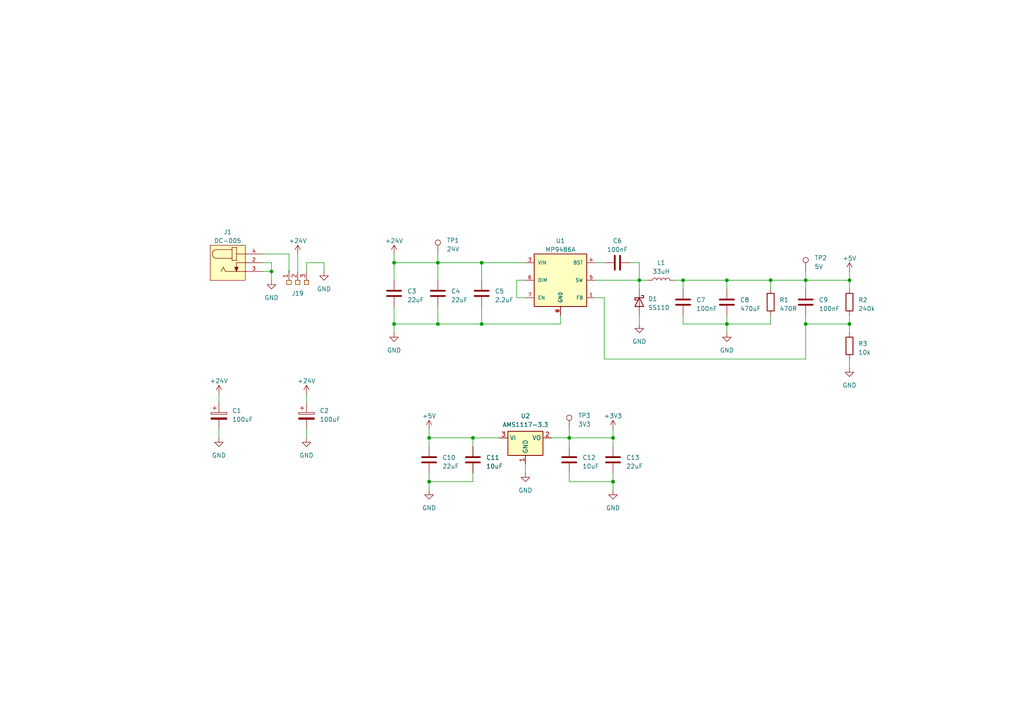
<source format=kicad_sch>
(kicad_sch (version 20230121) (generator eeschema)

  (uuid 9d83c0db-a1c3-4af4-8ba2-172477358b84)

  (paper "A4")

  (lib_symbols
    (symbol "Connector:TestPoint" (pin_numbers hide) (pin_names (offset 0.762) hide) (in_bom yes) (on_board yes)
      (property "Reference" "TP" (at 0 6.858 0)
        (effects (font (size 1.27 1.27)))
      )
      (property "Value" "TestPoint" (at 0 5.08 0)
        (effects (font (size 1.27 1.27)))
      )
      (property "Footprint" "" (at 5.08 0 0)
        (effects (font (size 1.27 1.27)) hide)
      )
      (property "Datasheet" "~" (at 5.08 0 0)
        (effects (font (size 1.27 1.27)) hide)
      )
      (property "ki_keywords" "test point tp" (at 0 0 0)
        (effects (font (size 1.27 1.27)) hide)
      )
      (property "ki_description" "test point" (at 0 0 0)
        (effects (font (size 1.27 1.27)) hide)
      )
      (property "ki_fp_filters" "Pin* Test*" (at 0 0 0)
        (effects (font (size 1.27 1.27)) hide)
      )
      (symbol "TestPoint_0_1"
        (circle (center 0 3.302) (radius 0.762)
          (stroke (width 0) (type default))
          (fill (type none))
        )
      )
      (symbol "TestPoint_1_1"
        (pin passive line (at 0 0 90) (length 2.54)
          (name "1" (effects (font (size 1.27 1.27))))
          (number "1" (effects (font (size 1.27 1.27))))
        )
      )
    )
    (symbol "Custom:SolderPad-3pin" (pin_names hide) (in_bom no) (on_board yes)
      (property "Reference" "J" (at 0 5.08 0)
        (effects (font (size 1.27 1.27)))
      )
      (property "Value" "" (at 0 2.54 0)
        (effects (font (size 1.27 1.27)))
      )
      (property "Footprint" "Custom:SolderPad-3pin" (at 0 -5.08 0)
        (effects (font (size 1.27 1.27)) hide)
      )
      (property "Datasheet" "" (at 0 2.54 0)
        (effects (font (size 1.27 1.27)) hide)
      )
      (symbol "SolderPad-3pin_1_1"
        (rectangle (start -3.81 -1.905) (end -2.54 -3.175)
          (stroke (width 0) (type default))
          (fill (type background))
        )
        (rectangle (start -3.81 0.635) (end -2.54 -0.635)
          (stroke (width 0) (type default))
          (fill (type background))
        )
        (rectangle (start -3.81 3.175) (end -2.54 1.905)
          (stroke (width 0) (type default))
          (fill (type background))
        )
        (pin passive line (at 0 2.54 180) (length 2.54)
          (name "" (effects (font (size 1.27 1.27))))
          (number "1" (effects (font (size 1.27 1.27))))
        )
        (pin passive line (at 0 0 180) (length 2.54)
          (name "" (effects (font (size 1.27 1.27))))
          (number "2" (effects (font (size 1.27 1.27))))
        )
        (pin passive line (at 0 -2.54 180) (length 2.54)
          (name "" (effects (font (size 1.27 1.27))))
          (number "3" (effects (font (size 1.27 1.27))))
        )
      )
    )
    (symbol "DC-005:DC-005" (pin_names (offset 1.016)) (in_bom yes) (on_board yes)
      (property "Reference" "J" (at -5.0943 5.5976 0)
        (effects (font (size 1.27 1.27)) (justify left bottom))
      )
      (property "Value" "DC-005" (at -5.0995 -7.6398 0)
        (effects (font (size 1.27 1.27)) (justify left bottom))
      )
      (property "Footprint" "DC-005:NINIGI_DC-005" (at 0 0 0)
        (effects (font (size 1.27 1.27)) (justify bottom) hide)
      )
      (property "Datasheet" "" (at 0 0 0)
        (effects (font (size 1.27 1.27)) hide)
      )
      (property "MF" "Best Inc." (at 0 0 0)
        (effects (font (size 1.27 1.27)) (justify bottom) hide)
      )
      (property "DESCRIPTION" "Conn Dc Power Jack 2.1mm" (at 0 0 0)
        (effects (font (size 1.27 1.27)) (justify bottom) hide)
      )
      (property "PACKAGE" "None" (at 0 0 0)
        (effects (font (size 1.27 1.27)) (justify bottom) hide)
      )
      (property "PRICE" "None" (at 0 0 0)
        (effects (font (size 1.27 1.27)) (justify bottom) hide)
      )
      (property "Package" "DC Power Jack Best Inc." (at 0 0 0)
        (effects (font (size 1.27 1.27)) (justify bottom) hide)
      )
      (property "Check_prices" "https://www.snapeda.com/parts/DC-005/Best+Inc./view-part/?ref=eda" (at 0 0 0)
        (effects (font (size 1.27 1.27)) (justify bottom) hide)
      )
      (property "Price" "None" (at 0 0 0)
        (effects (font (size 1.27 1.27)) (justify bottom) hide)
      )
      (property "SnapEDA_Link" "https://www.snapeda.com/parts/DC-005/Best+Inc./view-part/?ref=snap" (at 0 0 0)
        (effects (font (size 1.27 1.27)) (justify bottom) hide)
      )
      (property "MP" "DC-005" (at 0 0 0)
        (effects (font (size 1.27 1.27)) (justify bottom) hide)
      )
      (property "Availability" "Not in stock" (at 0 0 0)
        (effects (font (size 1.27 1.27)) (justify bottom) hide)
      )
      (property "AVAILABILITY" "Unavailable" (at 0 0 0)
        (effects (font (size 1.27 1.27)) (justify bottom) hide)
      )
      (property "Description" "\n6.4x14.2x9.0mm Power DC Receptacle\n" (at 0 0 0)
        (effects (font (size 1.27 1.27)) (justify bottom) hide)
      )
      (symbol "DC-005_0_0"
        (rectangle (start -5.08 -5.08) (end 5.08 5.08)
          (stroke (width 0.1524) (type default))
          (fill (type background))
        )
        (arc (start -3.175 3.81) (mid -4.4395 2.54) (end -3.175 1.27)
          (stroke (width 0.1524) (type default))
          (fill (type none))
        )
        (polyline
          (pts
            (xy -3.175 3.81)
            (xy 1.27 3.81)
          )
          (stroke (width 0.1524) (type default))
          (fill (type none))
        )
        (polyline
          (pts
            (xy -1.27 -1.27)
            (xy -1.905 -2.54)
          )
          (stroke (width 0.1524) (type default))
          (fill (type none))
        )
        (polyline
          (pts
            (xy -0.635 -2.54)
            (xy -1.27 -1.27)
          )
          (stroke (width 0.1524) (type default))
          (fill (type none))
        )
        (polyline
          (pts
            (xy 1.27 0.635)
            (xy 2.54 0.635)
          )
          (stroke (width 0.1524) (type default))
          (fill (type none))
        )
        (polyline
          (pts
            (xy 1.27 1.27)
            (xy -3.175 1.27)
          )
          (stroke (width 0.1524) (type default))
          (fill (type none))
        )
        (polyline
          (pts
            (xy 1.27 1.27)
            (xy 1.27 0.635)
          )
          (stroke (width 0.1524) (type default))
          (fill (type none))
        )
        (polyline
          (pts
            (xy 1.27 3.81)
            (xy 1.27 1.27)
          )
          (stroke (width 0.1524) (type default))
          (fill (type none))
        )
        (polyline
          (pts
            (xy 1.27 4.445)
            (xy 1.27 3.81)
          )
          (stroke (width 0.1524) (type default))
          (fill (type none))
        )
        (polyline
          (pts
            (xy 2.54 -2.54)
            (xy -0.635 -2.54)
          )
          (stroke (width 0.1524) (type default))
          (fill (type none))
        )
        (polyline
          (pts
            (xy 2.54 -2.54)
            (xy 5.08 -2.54)
          )
          (stroke (width 0.1524) (type default))
          (fill (type none))
        )
        (polyline
          (pts
            (xy 2.54 0)
            (xy 2.54 -2.54)
          )
          (stroke (width 0.1524) (type default))
          (fill (type none))
        )
        (polyline
          (pts
            (xy 2.54 0)
            (xy 5.08 0)
          )
          (stroke (width 0.1524) (type default))
          (fill (type none))
        )
        (polyline
          (pts
            (xy 2.54 0.635)
            (xy 2.54 2.54)
          )
          (stroke (width 0.1524) (type default))
          (fill (type none))
        )
        (polyline
          (pts
            (xy 2.54 2.54)
            (xy 2.54 4.445)
          )
          (stroke (width 0.1524) (type default))
          (fill (type none))
        )
        (polyline
          (pts
            (xy 2.54 2.54)
            (xy 5.08 2.54)
          )
          (stroke (width 0.1524) (type default))
          (fill (type none))
        )
        (polyline
          (pts
            (xy 2.54 4.445)
            (xy 1.27 4.445)
          )
          (stroke (width 0.1524) (type default))
          (fill (type none))
        )
        (polyline
          (pts
            (xy 2.54 -2.54)
            (xy 2.032 -1.27)
            (xy 3.048 -1.27)
            (xy 2.54 -2.54)
          )
          (stroke (width 0.1524) (type default))
          (fill (type outline))
        )
        (pin passive line (at 10.16 0 180) (length 5.08)
          (name "~" (effects (font (size 1.016 1.016))))
          (number "2" (effects (font (size 1.016 1.016))))
        )
        (pin passive line (at 10.16 -2.54 180) (length 5.08)
          (name "~" (effects (font (size 1.016 1.016))))
          (number "3" (effects (font (size 1.016 1.016))))
        )
        (pin passive line (at 10.16 2.54 180) (length 5.08)
          (name "~" (effects (font (size 1.016 1.016))))
          (number "4" (effects (font (size 1.016 1.016))))
        )
      )
    )
    (symbol "Device:C" (pin_numbers hide) (pin_names (offset 0.254)) (in_bom yes) (on_board yes)
      (property "Reference" "C" (at 0.635 2.54 0)
        (effects (font (size 1.27 1.27)) (justify left))
      )
      (property "Value" "C" (at 0.635 -2.54 0)
        (effects (font (size 1.27 1.27)) (justify left))
      )
      (property "Footprint" "" (at 0.9652 -3.81 0)
        (effects (font (size 1.27 1.27)) hide)
      )
      (property "Datasheet" "~" (at 0 0 0)
        (effects (font (size 1.27 1.27)) hide)
      )
      (property "ki_keywords" "cap capacitor" (at 0 0 0)
        (effects (font (size 1.27 1.27)) hide)
      )
      (property "ki_description" "Unpolarized capacitor" (at 0 0 0)
        (effects (font (size 1.27 1.27)) hide)
      )
      (property "ki_fp_filters" "C_*" (at 0 0 0)
        (effects (font (size 1.27 1.27)) hide)
      )
      (symbol "C_0_1"
        (polyline
          (pts
            (xy -2.032 -0.762)
            (xy 2.032 -0.762)
          )
          (stroke (width 0.508) (type default))
          (fill (type none))
        )
        (polyline
          (pts
            (xy -2.032 0.762)
            (xy 2.032 0.762)
          )
          (stroke (width 0.508) (type default))
          (fill (type none))
        )
      )
      (symbol "C_1_1"
        (pin passive line (at 0 3.81 270) (length 2.794)
          (name "~" (effects (font (size 1.27 1.27))))
          (number "1" (effects (font (size 1.27 1.27))))
        )
        (pin passive line (at 0 -3.81 90) (length 2.794)
          (name "~" (effects (font (size 1.27 1.27))))
          (number "2" (effects (font (size 1.27 1.27))))
        )
      )
    )
    (symbol "Device:C_Polarized" (pin_numbers hide) (pin_names (offset 0.254)) (in_bom yes) (on_board yes)
      (property "Reference" "C" (at 0.635 2.54 0)
        (effects (font (size 1.27 1.27)) (justify left))
      )
      (property "Value" "C_Polarized" (at 0.635 -2.54 0)
        (effects (font (size 1.27 1.27)) (justify left))
      )
      (property "Footprint" "" (at 0.9652 -3.81 0)
        (effects (font (size 1.27 1.27)) hide)
      )
      (property "Datasheet" "~" (at 0 0 0)
        (effects (font (size 1.27 1.27)) hide)
      )
      (property "ki_keywords" "cap capacitor" (at 0 0 0)
        (effects (font (size 1.27 1.27)) hide)
      )
      (property "ki_description" "Polarized capacitor" (at 0 0 0)
        (effects (font (size 1.27 1.27)) hide)
      )
      (property "ki_fp_filters" "CP_*" (at 0 0 0)
        (effects (font (size 1.27 1.27)) hide)
      )
      (symbol "C_Polarized_0_1"
        (rectangle (start -2.286 0.508) (end 2.286 1.016)
          (stroke (width 0) (type default))
          (fill (type none))
        )
        (polyline
          (pts
            (xy -1.778 2.286)
            (xy -0.762 2.286)
          )
          (stroke (width 0) (type default))
          (fill (type none))
        )
        (polyline
          (pts
            (xy -1.27 2.794)
            (xy -1.27 1.778)
          )
          (stroke (width 0) (type default))
          (fill (type none))
        )
        (rectangle (start 2.286 -0.508) (end -2.286 -1.016)
          (stroke (width 0) (type default))
          (fill (type outline))
        )
      )
      (symbol "C_Polarized_1_1"
        (pin passive line (at 0 3.81 270) (length 2.794)
          (name "~" (effects (font (size 1.27 1.27))))
          (number "1" (effects (font (size 1.27 1.27))))
        )
        (pin passive line (at 0 -3.81 90) (length 2.794)
          (name "~" (effects (font (size 1.27 1.27))))
          (number "2" (effects (font (size 1.27 1.27))))
        )
      )
    )
    (symbol "Device:D_Schottky" (pin_numbers hide) (pin_names (offset 1.016) hide) (in_bom yes) (on_board yes)
      (property "Reference" "D" (at 0 2.54 0)
        (effects (font (size 1.27 1.27)))
      )
      (property "Value" "D_Schottky" (at 0 -2.54 0)
        (effects (font (size 1.27 1.27)))
      )
      (property "Footprint" "" (at 0 0 0)
        (effects (font (size 1.27 1.27)) hide)
      )
      (property "Datasheet" "~" (at 0 0 0)
        (effects (font (size 1.27 1.27)) hide)
      )
      (property "ki_keywords" "diode Schottky" (at 0 0 0)
        (effects (font (size 1.27 1.27)) hide)
      )
      (property "ki_description" "Schottky diode" (at 0 0 0)
        (effects (font (size 1.27 1.27)) hide)
      )
      (property "ki_fp_filters" "TO-???* *_Diode_* *SingleDiode* D_*" (at 0 0 0)
        (effects (font (size 1.27 1.27)) hide)
      )
      (symbol "D_Schottky_0_1"
        (polyline
          (pts
            (xy 1.27 0)
            (xy -1.27 0)
          )
          (stroke (width 0) (type default))
          (fill (type none))
        )
        (polyline
          (pts
            (xy 1.27 1.27)
            (xy 1.27 -1.27)
            (xy -1.27 0)
            (xy 1.27 1.27)
          )
          (stroke (width 0.254) (type default))
          (fill (type none))
        )
        (polyline
          (pts
            (xy -1.905 0.635)
            (xy -1.905 1.27)
            (xy -1.27 1.27)
            (xy -1.27 -1.27)
            (xy -0.635 -1.27)
            (xy -0.635 -0.635)
          )
          (stroke (width 0.254) (type default))
          (fill (type none))
        )
      )
      (symbol "D_Schottky_1_1"
        (pin passive line (at -3.81 0 0) (length 2.54)
          (name "K" (effects (font (size 1.27 1.27))))
          (number "1" (effects (font (size 1.27 1.27))))
        )
        (pin passive line (at 3.81 0 180) (length 2.54)
          (name "A" (effects (font (size 1.27 1.27))))
          (number "2" (effects (font (size 1.27 1.27))))
        )
      )
    )
    (symbol "Device:L" (pin_numbers hide) (pin_names (offset 1.016) hide) (in_bom yes) (on_board yes)
      (property "Reference" "L" (at -1.27 0 90)
        (effects (font (size 1.27 1.27)))
      )
      (property "Value" "L" (at 1.905 0 90)
        (effects (font (size 1.27 1.27)))
      )
      (property "Footprint" "" (at 0 0 0)
        (effects (font (size 1.27 1.27)) hide)
      )
      (property "Datasheet" "~" (at 0 0 0)
        (effects (font (size 1.27 1.27)) hide)
      )
      (property "ki_keywords" "inductor choke coil reactor magnetic" (at 0 0 0)
        (effects (font (size 1.27 1.27)) hide)
      )
      (property "ki_description" "Inductor" (at 0 0 0)
        (effects (font (size 1.27 1.27)) hide)
      )
      (property "ki_fp_filters" "Choke_* *Coil* Inductor_* L_*" (at 0 0 0)
        (effects (font (size 1.27 1.27)) hide)
      )
      (symbol "L_0_1"
        (arc (start 0 -2.54) (mid 0.6323 -1.905) (end 0 -1.27)
          (stroke (width 0) (type default))
          (fill (type none))
        )
        (arc (start 0 -1.27) (mid 0.6323 -0.635) (end 0 0)
          (stroke (width 0) (type default))
          (fill (type none))
        )
        (arc (start 0 0) (mid 0.6323 0.635) (end 0 1.27)
          (stroke (width 0) (type default))
          (fill (type none))
        )
        (arc (start 0 1.27) (mid 0.6323 1.905) (end 0 2.54)
          (stroke (width 0) (type default))
          (fill (type none))
        )
      )
      (symbol "L_1_1"
        (pin passive line (at 0 3.81 270) (length 1.27)
          (name "1" (effects (font (size 1.27 1.27))))
          (number "1" (effects (font (size 1.27 1.27))))
        )
        (pin passive line (at 0 -3.81 90) (length 1.27)
          (name "2" (effects (font (size 1.27 1.27))))
          (number "2" (effects (font (size 1.27 1.27))))
        )
      )
    )
    (symbol "Device:R" (pin_numbers hide) (pin_names (offset 0)) (in_bom yes) (on_board yes)
      (property "Reference" "R" (at 2.032 0 90)
        (effects (font (size 1.27 1.27)))
      )
      (property "Value" "R" (at 0 0 90)
        (effects (font (size 1.27 1.27)))
      )
      (property "Footprint" "" (at -1.778 0 90)
        (effects (font (size 1.27 1.27)) hide)
      )
      (property "Datasheet" "~" (at 0 0 0)
        (effects (font (size 1.27 1.27)) hide)
      )
      (property "ki_keywords" "R res resistor" (at 0 0 0)
        (effects (font (size 1.27 1.27)) hide)
      )
      (property "ki_description" "Resistor" (at 0 0 0)
        (effects (font (size 1.27 1.27)) hide)
      )
      (property "ki_fp_filters" "R_*" (at 0 0 0)
        (effects (font (size 1.27 1.27)) hide)
      )
      (symbol "R_0_1"
        (rectangle (start -1.016 -2.54) (end 1.016 2.54)
          (stroke (width 0.254) (type default))
          (fill (type none))
        )
      )
      (symbol "R_1_1"
        (pin passive line (at 0 3.81 270) (length 1.27)
          (name "~" (effects (font (size 1.27 1.27))))
          (number "1" (effects (font (size 1.27 1.27))))
        )
        (pin passive line (at 0 -3.81 90) (length 1.27)
          (name "~" (effects (font (size 1.27 1.27))))
          (number "2" (effects (font (size 1.27 1.27))))
        )
      )
    )
    (symbol "MP9486A:MP9486A" (pin_names (offset 1.016)) (in_bom yes) (on_board yes)
      (property "Reference" "IC" (at -7.62 8.89 0)
        (effects (font (size 1.27 1.27)) (justify left bottom))
      )
      (property "Value" "MP9486A" (at -7.62 11.43 0)
        (effects (font (size 1.27 1.27)) (justify left bottom))
      )
      (property "Footprint" "MP9486A:SOIC-8EP" (at 0 0 0)
        (effects (font (size 1.27 1.27)) (justify bottom) hide)
      )
      (property "Datasheet" "" (at 0 0 0)
        (effects (font (size 1.27 1.27)) hide)
      )
      (property "MF" "Monolithic Power" (at 0 0 0)
        (effects (font (size 1.27 1.27)) (justify bottom) hide)
      )
      (property "Description" "\nBuck Switching Regulator IC Positive Fixed 5V 1 Output 1A 8-SOIC (0.154, 3.90mm Width) Exposed Pad\n" (at 0 0 0)
        (effects (font (size 1.27 1.27)) (justify bottom) hide)
      )
      (property "Package" "SOIC-8 Monolithic Power" (at 0 0 0)
        (effects (font (size 1.27 1.27)) (justify bottom) hide)
      )
      (property "Price" "None" (at 0 0 0)
        (effects (font (size 1.27 1.27)) (justify bottom) hide)
      )
      (property "SnapEDA_Link" "https://www.snapeda.com/parts/MP9486A/Monolithic+Power+Systems+Inc./view-part/?ref=snap" (at 0 0 0)
        (effects (font (size 1.27 1.27)) (justify bottom) hide)
      )
      (property "MP" "MP9486A" (at 0 0 0)
        (effects (font (size 1.27 1.27)) (justify bottom) hide)
      )
      (property "Availability" "Not in stock" (at 0 0 0)
        (effects (font (size 1.27 1.27)) (justify bottom) hide)
      )
      (property "Check_prices" "https://www.snapeda.com/parts/MP9486A/Monolithic+Power+Systems+Inc./view-part/?ref=eda" (at 0 0 0)
        (effects (font (size 1.27 1.27)) (justify bottom) hide)
      )
      (symbol "MP9486A_0_0"
        (rectangle (start -7.62 -7.62) (end 7.62 7.62)
          (stroke (width 0.254) (type default))
          (fill (type background))
        )
        (pin input line (at 10.16 -5.08 180) (length 2.54)
          (name "FB" (effects (font (size 1.016 1.016))))
          (number "1" (effects (font (size 1.016 1.016))))
        )
        (pin power_in line (at -10.16 5.08 0) (length 2.54)
          (name "VIN" (effects (font (size 1.016 1.016))))
          (number "3" (effects (font (size 1.016 1.016))))
        )
        (pin bidirectional line (at 10.16 5.08 180) (length 2.54)
          (name "BST" (effects (font (size 1.016 1.016))))
          (number "4" (effects (font (size 1.016 1.016))))
        )
        (pin output line (at 10.16 0 180) (length 2.54)
          (name "SW" (effects (font (size 1.016 1.016))))
          (number "5" (effects (font (size 1.016 1.016))))
        )
        (pin input line (at -10.16 0 0) (length 2.54)
          (name "DIM" (effects (font (size 1.016 1.016))))
          (number "6" (effects (font (size 1.016 1.016))))
        )
        (pin input line (at -10.16 -5.08 0) (length 2.54)
          (name "EN" (effects (font (size 1.016 1.016))))
          (number "7" (effects (font (size 1.016 1.016))))
        )
        (pin power_in line (at 0 -10.16 90) (length 2.54)
          (name "GND" (effects (font (size 1.016 1.016))))
          (number "8" (effects (font (size 1.016 1.016))))
        )
        (pin power_in line (at 0 -10.16 90) (length 2.54)
          (name "GND" (effects (font (size 1.016 1.016))))
          (number "9" (effects (font (size 1.016 1.016))))
        )
      )
    )
    (symbol "Regulator_Linear:AMS1117-3.3" (in_bom yes) (on_board yes)
      (property "Reference" "U" (at -3.81 3.175 0)
        (effects (font (size 1.27 1.27)))
      )
      (property "Value" "AMS1117-3.3" (at 0 3.175 0)
        (effects (font (size 1.27 1.27)) (justify left))
      )
      (property "Footprint" "Package_TO_SOT_SMD:SOT-223-3_TabPin2" (at 0 5.08 0)
        (effects (font (size 1.27 1.27)) hide)
      )
      (property "Datasheet" "http://www.advanced-monolithic.com/pdf/ds1117.pdf" (at 2.54 -6.35 0)
        (effects (font (size 1.27 1.27)) hide)
      )
      (property "ki_keywords" "linear regulator ldo fixed positive" (at 0 0 0)
        (effects (font (size 1.27 1.27)) hide)
      )
      (property "ki_description" "1A Low Dropout regulator, positive, 3.3V fixed output, SOT-223" (at 0 0 0)
        (effects (font (size 1.27 1.27)) hide)
      )
      (property "ki_fp_filters" "SOT?223*TabPin2*" (at 0 0 0)
        (effects (font (size 1.27 1.27)) hide)
      )
      (symbol "AMS1117-3.3_0_1"
        (rectangle (start -5.08 -5.08) (end 5.08 1.905)
          (stroke (width 0.254) (type default))
          (fill (type background))
        )
      )
      (symbol "AMS1117-3.3_1_1"
        (pin power_in line (at 0 -7.62 90) (length 2.54)
          (name "GND" (effects (font (size 1.27 1.27))))
          (number "1" (effects (font (size 1.27 1.27))))
        )
        (pin power_out line (at 7.62 0 180) (length 2.54)
          (name "VO" (effects (font (size 1.27 1.27))))
          (number "2" (effects (font (size 1.27 1.27))))
        )
        (pin power_in line (at -7.62 0 0) (length 2.54)
          (name "VI" (effects (font (size 1.27 1.27))))
          (number "3" (effects (font (size 1.27 1.27))))
        )
      )
    )
    (symbol "power:+24V" (power) (pin_names (offset 0)) (in_bom yes) (on_board yes)
      (property "Reference" "#PWR" (at 0 -3.81 0)
        (effects (font (size 1.27 1.27)) hide)
      )
      (property "Value" "+24V" (at 0 3.556 0)
        (effects (font (size 1.27 1.27)))
      )
      (property "Footprint" "" (at 0 0 0)
        (effects (font (size 1.27 1.27)) hide)
      )
      (property "Datasheet" "" (at 0 0 0)
        (effects (font (size 1.27 1.27)) hide)
      )
      (property "ki_keywords" "global power" (at 0 0 0)
        (effects (font (size 1.27 1.27)) hide)
      )
      (property "ki_description" "Power symbol creates a global label with name \"+24V\"" (at 0 0 0)
        (effects (font (size 1.27 1.27)) hide)
      )
      (symbol "+24V_0_1"
        (polyline
          (pts
            (xy -0.762 1.27)
            (xy 0 2.54)
          )
          (stroke (width 0) (type default))
          (fill (type none))
        )
        (polyline
          (pts
            (xy 0 0)
            (xy 0 2.54)
          )
          (stroke (width 0) (type default))
          (fill (type none))
        )
        (polyline
          (pts
            (xy 0 2.54)
            (xy 0.762 1.27)
          )
          (stroke (width 0) (type default))
          (fill (type none))
        )
      )
      (symbol "+24V_1_1"
        (pin power_in line (at 0 0 90) (length 0) hide
          (name "+24V" (effects (font (size 1.27 1.27))))
          (number "1" (effects (font (size 1.27 1.27))))
        )
      )
    )
    (symbol "power:+3V3" (power) (pin_names (offset 0)) (in_bom yes) (on_board yes)
      (property "Reference" "#PWR" (at 0 -3.81 0)
        (effects (font (size 1.27 1.27)) hide)
      )
      (property "Value" "+3V3" (at 0 3.556 0)
        (effects (font (size 1.27 1.27)))
      )
      (property "Footprint" "" (at 0 0 0)
        (effects (font (size 1.27 1.27)) hide)
      )
      (property "Datasheet" "" (at 0 0 0)
        (effects (font (size 1.27 1.27)) hide)
      )
      (property "ki_keywords" "global power" (at 0 0 0)
        (effects (font (size 1.27 1.27)) hide)
      )
      (property "ki_description" "Power symbol creates a global label with name \"+3V3\"" (at 0 0 0)
        (effects (font (size 1.27 1.27)) hide)
      )
      (symbol "+3V3_0_1"
        (polyline
          (pts
            (xy -0.762 1.27)
            (xy 0 2.54)
          )
          (stroke (width 0) (type default))
          (fill (type none))
        )
        (polyline
          (pts
            (xy 0 0)
            (xy 0 2.54)
          )
          (stroke (width 0) (type default))
          (fill (type none))
        )
        (polyline
          (pts
            (xy 0 2.54)
            (xy 0.762 1.27)
          )
          (stroke (width 0) (type default))
          (fill (type none))
        )
      )
      (symbol "+3V3_1_1"
        (pin power_in line (at 0 0 90) (length 0) hide
          (name "+3V3" (effects (font (size 1.27 1.27))))
          (number "1" (effects (font (size 1.27 1.27))))
        )
      )
    )
    (symbol "power:+5V" (power) (pin_names (offset 0)) (in_bom yes) (on_board yes)
      (property "Reference" "#PWR" (at 0 -3.81 0)
        (effects (font (size 1.27 1.27)) hide)
      )
      (property "Value" "+5V" (at 0 3.556 0)
        (effects (font (size 1.27 1.27)))
      )
      (property "Footprint" "" (at 0 0 0)
        (effects (font (size 1.27 1.27)) hide)
      )
      (property "Datasheet" "" (at 0 0 0)
        (effects (font (size 1.27 1.27)) hide)
      )
      (property "ki_keywords" "global power" (at 0 0 0)
        (effects (font (size 1.27 1.27)) hide)
      )
      (property "ki_description" "Power symbol creates a global label with name \"+5V\"" (at 0 0 0)
        (effects (font (size 1.27 1.27)) hide)
      )
      (symbol "+5V_0_1"
        (polyline
          (pts
            (xy -0.762 1.27)
            (xy 0 2.54)
          )
          (stroke (width 0) (type default))
          (fill (type none))
        )
        (polyline
          (pts
            (xy 0 0)
            (xy 0 2.54)
          )
          (stroke (width 0) (type default))
          (fill (type none))
        )
        (polyline
          (pts
            (xy 0 2.54)
            (xy 0.762 1.27)
          )
          (stroke (width 0) (type default))
          (fill (type none))
        )
      )
      (symbol "+5V_1_1"
        (pin power_in line (at 0 0 90) (length 0) hide
          (name "+5V" (effects (font (size 1.27 1.27))))
          (number "1" (effects (font (size 1.27 1.27))))
        )
      )
    )
    (symbol "power:GND" (power) (pin_names (offset 0)) (in_bom yes) (on_board yes)
      (property "Reference" "#PWR" (at 0 -6.35 0)
        (effects (font (size 1.27 1.27)) hide)
      )
      (property "Value" "GND" (at 0 -3.81 0)
        (effects (font (size 1.27 1.27)))
      )
      (property "Footprint" "" (at 0 0 0)
        (effects (font (size 1.27 1.27)) hide)
      )
      (property "Datasheet" "" (at 0 0 0)
        (effects (font (size 1.27 1.27)) hide)
      )
      (property "ki_keywords" "global power" (at 0 0 0)
        (effects (font (size 1.27 1.27)) hide)
      )
      (property "ki_description" "Power symbol creates a global label with name \"GND\" , ground" (at 0 0 0)
        (effects (font (size 1.27 1.27)) hide)
      )
      (symbol "GND_0_1"
        (polyline
          (pts
            (xy 0 0)
            (xy 0 -1.27)
            (xy 1.27 -1.27)
            (xy 0 -2.54)
            (xy -1.27 -1.27)
            (xy 0 -1.27)
          )
          (stroke (width 0) (type default))
          (fill (type none))
        )
      )
      (symbol "GND_1_1"
        (pin power_in line (at 0 0 270) (length 0) hide
          (name "GND" (effects (font (size 1.27 1.27))))
          (number "1" (effects (font (size 1.27 1.27))))
        )
      )
    )
  )

  (junction (at 198.12 81.28) (diameter 0) (color 0 0 0 0)
    (uuid 027f2522-a7a0-4dfc-8163-98f38b9b14f9)
  )
  (junction (at 137.16 127) (diameter 0) (color 0 0 0 0)
    (uuid 0c30a6bd-9664-42ae-ae0e-11a6a8f857d9)
  )
  (junction (at 139.7 76.2) (diameter 0) (color 0 0 0 0)
    (uuid 127b89e1-4317-4b6e-b943-1de3cca0760d)
  )
  (junction (at 210.82 81.28) (diameter 0) (color 0 0 0 0)
    (uuid 1a09ee7c-b68c-4ef0-8672-7bed4568c75e)
  )
  (junction (at 177.8 139.7) (diameter 0) (color 0 0 0 0)
    (uuid 2036202b-e0ba-4c91-afef-5f4efac1c4be)
  )
  (junction (at 124.46 127) (diameter 0) (color 0 0 0 0)
    (uuid 23509885-db0e-45ca-addf-fb4fa08b4eb0)
  )
  (junction (at 139.7 93.98) (diameter 0) (color 0 0 0 0)
    (uuid 62f9d966-62a1-453c-8adb-0687ba2ab887)
  )
  (junction (at 223.52 81.28) (diameter 0) (color 0 0 0 0)
    (uuid 7d40996f-8b7b-4f21-bad4-419981095c1b)
  )
  (junction (at 127 93.98) (diameter 0) (color 0 0 0 0)
    (uuid 7faff830-a7ef-4ee7-a380-e50171bd7b89)
  )
  (junction (at 210.82 93.98) (diameter 0) (color 0 0 0 0)
    (uuid 88f80e58-f1d3-4fd0-ae06-d5294a2e7850)
  )
  (junction (at 233.68 81.28) (diameter 0) (color 0 0 0 0)
    (uuid 8c5381ee-0f98-4eca-88a6-7c8b54087692)
  )
  (junction (at 185.42 81.28) (diameter 0) (color 0 0 0 0)
    (uuid 8d6ce16a-c781-4df6-998f-a3bd823f9148)
  )
  (junction (at 246.38 93.98) (diameter 0) (color 0 0 0 0)
    (uuid 8d74c54c-fe64-43b1-9665-2f2586af8415)
  )
  (junction (at 127 76.2) (diameter 0) (color 0 0 0 0)
    (uuid 954f806f-766f-4ff0-b038-9b63d48cbdaa)
  )
  (junction (at 114.3 76.2) (diameter 0) (color 0 0 0 0)
    (uuid bcaa47f6-8d51-4f7f-a7fb-de93834e7a45)
  )
  (junction (at 124.46 139.7) (diameter 0) (color 0 0 0 0)
    (uuid c395ae98-3109-41ff-a353-1c5e62da6758)
  )
  (junction (at 165.1 127) (diameter 0) (color 0 0 0 0)
    (uuid c53c6734-d325-4c78-a6f7-ea29ee299555)
  )
  (junction (at 246.38 81.28) (diameter 0) (color 0 0 0 0)
    (uuid c56dfe8b-5a10-4416-a46b-9a7fa63cbf92)
  )
  (junction (at 114.3 93.98) (diameter 0) (color 0 0 0 0)
    (uuid c58fde1a-8f86-43b5-bd03-d0391fe22235)
  )
  (junction (at 233.68 93.98) (diameter 0) (color 0 0 0 0)
    (uuid d115d78c-e726-44cd-8dac-49f605332643)
  )
  (junction (at 177.8 127) (diameter 0) (color 0 0 0 0)
    (uuid f0c6c687-6c56-41ea-8efd-ad87511271c3)
  )
  (junction (at 78.74 78.74) (diameter 0) (color 0 0 0 0)
    (uuid f7ee5591-bbdb-415f-b7e5-d0e49cb5bacd)
  )

  (wire (pts (xy 177.8 137.16) (xy 177.8 139.7))
    (stroke (width 0) (type default))
    (uuid 023476ba-1a3c-4811-9af4-52e5b728f21a)
  )
  (wire (pts (xy 210.82 93.98) (xy 210.82 96.52))
    (stroke (width 0) (type default))
    (uuid 065d24e0-a213-442a-a632-7f132fdb46f5)
  )
  (wire (pts (xy 114.3 93.98) (xy 114.3 96.52))
    (stroke (width 0) (type default))
    (uuid 06b580eb-f7c0-45ae-b386-abf9ac022074)
  )
  (wire (pts (xy 185.42 91.44) (xy 185.42 93.98))
    (stroke (width 0) (type default))
    (uuid 07abd34c-f6d4-4a63-9f03-b82d2c066a45)
  )
  (wire (pts (xy 114.3 76.2) (xy 114.3 81.28))
    (stroke (width 0) (type default))
    (uuid 0959ec45-8dd6-4f05-bae5-e8e9e93ebaf1)
  )
  (wire (pts (xy 127 93.98) (xy 127 88.9))
    (stroke (width 0) (type default))
    (uuid 09fed508-30d5-473b-80c7-20f8b006ae3e)
  )
  (wire (pts (xy 139.7 76.2) (xy 127 76.2))
    (stroke (width 0) (type default))
    (uuid 0d933953-53c8-44a7-959f-dca5dc068c38)
  )
  (wire (pts (xy 175.26 104.14) (xy 233.68 104.14))
    (stroke (width 0) (type default))
    (uuid 1d5b1e6b-8875-4acc-8c3d-4d81da1b564a)
  )
  (wire (pts (xy 137.16 129.54) (xy 137.16 127))
    (stroke (width 0) (type default))
    (uuid 1f2ea609-9fe4-4999-87bd-1767ae8e7d92)
  )
  (wire (pts (xy 86.36 73.66) (xy 86.36 78.74))
    (stroke (width 0) (type default))
    (uuid 2ca790e7-e171-4dc9-98dc-ddf05f19f1c8)
  )
  (wire (pts (xy 152.4 81.28) (xy 149.86 81.28))
    (stroke (width 0) (type default))
    (uuid 2ca9ca40-5893-4849-b2be-323b840d71ee)
  )
  (wire (pts (xy 139.7 93.98) (xy 127 93.98))
    (stroke (width 0) (type default))
    (uuid 2d983591-7d14-4b73-a089-3be38cb02e8d)
  )
  (wire (pts (xy 78.74 76.2) (xy 78.74 78.74))
    (stroke (width 0) (type default))
    (uuid 35e15799-0a9e-4032-a2cc-eb58d83c2d44)
  )
  (wire (pts (xy 175.26 86.36) (xy 175.26 104.14))
    (stroke (width 0) (type default))
    (uuid 36ac8b30-8550-457e-a4e3-63469e84d2a1)
  )
  (wire (pts (xy 233.68 81.28) (xy 223.52 81.28))
    (stroke (width 0) (type default))
    (uuid 375d62a5-161c-485d-bca1-66bc28226d50)
  )
  (wire (pts (xy 139.7 76.2) (xy 139.7 81.28))
    (stroke (width 0) (type default))
    (uuid 3a9303ae-54e8-45e3-aab3-ae4f24aaebb1)
  )
  (wire (pts (xy 83.82 78.74) (xy 83.82 73.66))
    (stroke (width 0) (type default))
    (uuid 3bc62d88-c9f2-435e-b6be-b1bcb6c2f06b)
  )
  (wire (pts (xy 177.8 124.46) (xy 177.8 127))
    (stroke (width 0) (type default))
    (uuid 3cb92737-b3d5-40f1-802c-5411797c1c9e)
  )
  (wire (pts (xy 246.38 91.44) (xy 246.38 93.98))
    (stroke (width 0) (type default))
    (uuid 3da767b7-acdf-4695-a829-77119cae95a3)
  )
  (wire (pts (xy 223.52 93.98) (xy 223.52 91.44))
    (stroke (width 0) (type default))
    (uuid 427cf5d6-ecb6-45db-b749-90d8061c922d)
  )
  (wire (pts (xy 149.86 86.36) (xy 152.4 86.36))
    (stroke (width 0) (type default))
    (uuid 42be4108-76e8-45ab-aba0-6450e403d116)
  )
  (wire (pts (xy 137.16 127) (xy 144.78 127))
    (stroke (width 0) (type default))
    (uuid 446b0a79-4aff-4677-96de-19146cd313ce)
  )
  (wire (pts (xy 182.88 76.2) (xy 185.42 76.2))
    (stroke (width 0) (type default))
    (uuid 4490274b-72a1-43d1-9abf-cdd818897abf)
  )
  (wire (pts (xy 93.98 78.74) (xy 93.98 76.2))
    (stroke (width 0) (type default))
    (uuid 48e88671-d375-47bc-ac3f-ec9c52310717)
  )
  (wire (pts (xy 172.72 76.2) (xy 175.26 76.2))
    (stroke (width 0) (type default))
    (uuid 4d98c6fa-30c1-4dd2-9d9d-b435ff880ce5)
  )
  (wire (pts (xy 246.38 93.98) (xy 233.68 93.98))
    (stroke (width 0) (type default))
    (uuid 50116655-7910-401c-b79d-256208a2da74)
  )
  (wire (pts (xy 210.82 93.98) (xy 210.82 91.44))
    (stroke (width 0) (type default))
    (uuid 53d478ed-74c1-4b17-840e-27074e363c8d)
  )
  (wire (pts (xy 88.9 114.3) (xy 88.9 116.84))
    (stroke (width 0) (type default))
    (uuid 55069654-81fb-469e-bfbd-fd3e7165cf54)
  )
  (wire (pts (xy 185.42 81.28) (xy 187.96 81.28))
    (stroke (width 0) (type default))
    (uuid 561d1f11-061c-452b-9899-c847b0de6a89)
  )
  (wire (pts (xy 210.82 81.28) (xy 210.82 83.82))
    (stroke (width 0) (type default))
    (uuid 608ed5cb-c04c-4476-84d3-7651a6712487)
  )
  (wire (pts (xy 139.7 93.98) (xy 139.7 88.9))
    (stroke (width 0) (type default))
    (uuid 63b43cb0-0d73-44bd-9a60-48b547cf54fc)
  )
  (wire (pts (xy 160.02 127) (xy 165.1 127))
    (stroke (width 0) (type default))
    (uuid 68a35d0c-b96c-4fea-bc5f-bac6d3fcf85a)
  )
  (wire (pts (xy 127 76.2) (xy 114.3 76.2))
    (stroke (width 0) (type default))
    (uuid 6a531d2e-5b15-484f-8ef6-48fc5a42ab0f)
  )
  (wire (pts (xy 137.16 139.7) (xy 137.16 137.16))
    (stroke (width 0) (type default))
    (uuid 7ccdd8cb-8f27-4adc-9f10-8f924441c6eb)
  )
  (wire (pts (xy 198.12 81.28) (xy 195.58 81.28))
    (stroke (width 0) (type default))
    (uuid 7e6ce397-a8dd-418d-85bd-0826d0330941)
  )
  (wire (pts (xy 63.5 114.3) (xy 63.5 116.84))
    (stroke (width 0) (type default))
    (uuid 81c7c692-420c-4509-b0ec-47d3467ee56e)
  )
  (wire (pts (xy 76.2 76.2) (xy 78.74 76.2))
    (stroke (width 0) (type default))
    (uuid 862cbe63-6af7-418e-bd99-189b2b18b9cb)
  )
  (wire (pts (xy 165.1 139.7) (xy 165.1 137.16))
    (stroke (width 0) (type default))
    (uuid 896eb78a-117c-4a65-9fc8-f6ba952de5c4)
  )
  (wire (pts (xy 124.46 137.16) (xy 124.46 139.7))
    (stroke (width 0) (type default))
    (uuid 8cd5b828-355e-4244-804e-254b3a2b910a)
  )
  (wire (pts (xy 198.12 93.98) (xy 210.82 93.98))
    (stroke (width 0) (type default))
    (uuid 8e9c505f-ef99-4a27-8041-30981b65fdbd)
  )
  (wire (pts (xy 127 93.98) (xy 114.3 93.98))
    (stroke (width 0) (type default))
    (uuid 90f33e93-1203-468c-924d-f530457b13e9)
  )
  (wire (pts (xy 88.9 76.2) (xy 88.9 78.74))
    (stroke (width 0) (type default))
    (uuid 91126cff-b40a-4252-8f49-4d9b136eb041)
  )
  (wire (pts (xy 233.68 78.74) (xy 233.68 81.28))
    (stroke (width 0) (type default))
    (uuid 91b34792-639b-485d-a696-20b07bf333dd)
  )
  (wire (pts (xy 127 76.2) (xy 127 81.28))
    (stroke (width 0) (type default))
    (uuid 92a6f579-a733-4c50-8067-061d34134a5e)
  )
  (wire (pts (xy 223.52 83.82) (xy 223.52 81.28))
    (stroke (width 0) (type default))
    (uuid 9360a207-e089-4a7f-b66d-721ba6600af4)
  )
  (wire (pts (xy 172.72 86.36) (xy 175.26 86.36))
    (stroke (width 0) (type default))
    (uuid 93c5567e-9eb1-4641-bcb5-51dcd4ed567f)
  )
  (wire (pts (xy 198.12 81.28) (xy 210.82 81.28))
    (stroke (width 0) (type default))
    (uuid 95cc5b82-0c08-4adf-be88-4f9ba18a76f0)
  )
  (wire (pts (xy 124.46 139.7) (xy 124.46 142.24))
    (stroke (width 0) (type default))
    (uuid 9605c43d-f4ac-4f37-8c86-c478dde21a3c)
  )
  (wire (pts (xy 127 73.66) (xy 127 76.2))
    (stroke (width 0) (type default))
    (uuid 97fb473b-8373-48d9-b470-9cdc0a475fbf)
  )
  (wire (pts (xy 162.56 93.98) (xy 139.7 93.98))
    (stroke (width 0) (type default))
    (uuid 982a5095-b2c3-4ea1-ab24-e84eb894942b)
  )
  (wire (pts (xy 233.68 81.28) (xy 233.68 83.82))
    (stroke (width 0) (type default))
    (uuid 9b2309df-570e-4842-a7be-64f7ff0cb220)
  )
  (wire (pts (xy 246.38 78.74) (xy 246.38 81.28))
    (stroke (width 0) (type default))
    (uuid 9d138f7c-b965-4b05-884d-5aed084c52d7)
  )
  (wire (pts (xy 114.3 93.98) (xy 114.3 88.9))
    (stroke (width 0) (type default))
    (uuid 9d14faf8-0899-43fd-a85a-da40ea0777fb)
  )
  (wire (pts (xy 246.38 93.98) (xy 246.38 96.52))
    (stroke (width 0) (type default))
    (uuid 9e494b83-6160-44c2-ac7c-ac05593259fa)
  )
  (wire (pts (xy 185.42 81.28) (xy 172.72 81.28))
    (stroke (width 0) (type default))
    (uuid 9e9cea40-f9ce-49db-a536-76c6ff674489)
  )
  (wire (pts (xy 233.68 104.14) (xy 233.68 93.98))
    (stroke (width 0) (type default))
    (uuid a5c14ffb-393e-4e5f-91fd-3eaa03d86937)
  )
  (wire (pts (xy 83.82 73.66) (xy 76.2 73.66))
    (stroke (width 0) (type default))
    (uuid aa78ac9a-567b-4d16-b0fe-307741d080ea)
  )
  (wire (pts (xy 88.9 124.46) (xy 88.9 127))
    (stroke (width 0) (type default))
    (uuid ab562446-3a16-4c44-a84c-bc43e0536416)
  )
  (wire (pts (xy 124.46 139.7) (xy 137.16 139.7))
    (stroke (width 0) (type default))
    (uuid acf014b2-c7b9-43a8-b8af-3402b68c9a1f)
  )
  (wire (pts (xy 124.46 124.46) (xy 124.46 127))
    (stroke (width 0) (type default))
    (uuid b025c9b9-4443-42ab-bc24-f209e67d3d9e)
  )
  (wire (pts (xy 177.8 139.7) (xy 177.8 142.24))
    (stroke (width 0) (type default))
    (uuid b27e721e-7d07-4809-909f-55c675c1df9e)
  )
  (wire (pts (xy 177.8 127) (xy 177.8 129.54))
    (stroke (width 0) (type default))
    (uuid ba7f4102-7740-4675-8deb-f699b7b7b1f5)
  )
  (wire (pts (xy 165.1 127) (xy 165.1 129.54))
    (stroke (width 0) (type default))
    (uuid bbc8badd-4d77-4593-b111-726ac5423879)
  )
  (wire (pts (xy 210.82 93.98) (xy 223.52 93.98))
    (stroke (width 0) (type default))
    (uuid bc040cb1-7ec9-4f1c-8341-c073a2a05542)
  )
  (wire (pts (xy 149.86 81.28) (xy 149.86 86.36))
    (stroke (width 0) (type default))
    (uuid be026f58-29e2-4e2b-8367-30b07522a642)
  )
  (wire (pts (xy 185.42 76.2) (xy 185.42 81.28))
    (stroke (width 0) (type default))
    (uuid be8dc052-59c4-4060-95c5-7bf1334d8400)
  )
  (wire (pts (xy 246.38 81.28) (xy 233.68 81.28))
    (stroke (width 0) (type default))
    (uuid c140828e-7456-47f4-868f-bfe6334feca6)
  )
  (wire (pts (xy 177.8 139.7) (xy 165.1 139.7))
    (stroke (width 0) (type default))
    (uuid c1f36e4f-497c-4b54-8d41-f62d893b8330)
  )
  (wire (pts (xy 246.38 83.82) (xy 246.38 81.28))
    (stroke (width 0) (type default))
    (uuid c5346dff-480d-40d6-abe5-871b467ed6de)
  )
  (wire (pts (xy 114.3 73.66) (xy 114.3 76.2))
    (stroke (width 0) (type default))
    (uuid c9522a35-b8ab-4cee-8ebb-8dfeb9993e12)
  )
  (wire (pts (xy 93.98 76.2) (xy 88.9 76.2))
    (stroke (width 0) (type default))
    (uuid cd673e1a-1c21-409d-a80c-245275cdacb9)
  )
  (wire (pts (xy 185.42 81.28) (xy 185.42 83.82))
    (stroke (width 0) (type default))
    (uuid d4eb8d11-85ab-492f-ae7f-2aab4a77a226)
  )
  (wire (pts (xy 78.74 78.74) (xy 78.74 81.28))
    (stroke (width 0) (type default))
    (uuid d5dbff3e-d152-4eb9-a8c7-3079674fb09b)
  )
  (wire (pts (xy 152.4 134.62) (xy 152.4 137.16))
    (stroke (width 0) (type default))
    (uuid d6e7ed82-5af2-415d-b1c8-867ca50a0fa0)
  )
  (wire (pts (xy 162.56 91.44) (xy 162.56 93.98))
    (stroke (width 0) (type default))
    (uuid da77e0c4-f255-4b8b-97b9-30a9dc439cf8)
  )
  (wire (pts (xy 63.5 127) (xy 63.5 124.46))
    (stroke (width 0) (type default))
    (uuid df077515-3b46-4170-a457-fc9ceb906627)
  )
  (wire (pts (xy 165.1 127) (xy 177.8 127))
    (stroke (width 0) (type default))
    (uuid e7d77980-f1fd-4215-8c47-32cd63e4c52a)
  )
  (wire (pts (xy 223.52 81.28) (xy 210.82 81.28))
    (stroke (width 0) (type default))
    (uuid edd21157-25dc-48d1-b765-3a71817d3ffd)
  )
  (wire (pts (xy 233.68 93.98) (xy 233.68 91.44))
    (stroke (width 0) (type default))
    (uuid f4ba8fbc-a2ba-4729-9ed6-58e14d23e49b)
  )
  (wire (pts (xy 124.46 127) (xy 124.46 129.54))
    (stroke (width 0) (type default))
    (uuid f730958b-219f-47ec-9690-527cef0a8386)
  )
  (wire (pts (xy 152.4 76.2) (xy 139.7 76.2))
    (stroke (width 0) (type default))
    (uuid f8572160-9129-4af7-829d-4f33038ba93f)
  )
  (wire (pts (xy 137.16 127) (xy 124.46 127))
    (stroke (width 0) (type default))
    (uuid f8f1585c-c28a-45db-87ec-e95190da27c9)
  )
  (wire (pts (xy 165.1 124.46) (xy 165.1 127))
    (stroke (width 0) (type default))
    (uuid f93b2724-edde-4bc2-b202-e536c215e020)
  )
  (wire (pts (xy 198.12 91.44) (xy 198.12 93.98))
    (stroke (width 0) (type default))
    (uuid fbcf8cc6-05e3-470e-abbb-9df743086243)
  )
  (wire (pts (xy 198.12 83.82) (xy 198.12 81.28))
    (stroke (width 0) (type default))
    (uuid fcd3991a-adb3-473b-8603-b42222161ae9)
  )
  (wire (pts (xy 246.38 104.14) (xy 246.38 106.68))
    (stroke (width 0) (type default))
    (uuid fdf8ef1d-5c8d-44de-9c62-a0d183b76e77)
  )
  (wire (pts (xy 76.2 78.74) (xy 78.74 78.74))
    (stroke (width 0) (type default))
    (uuid ffbd84aa-39aa-4186-9f31-0771f9bf524a)
  )

  (symbol (lib_id "power:GND") (at 124.46 142.24 0) (unit 1)
    (in_bom yes) (on_board yes) (dnp no) (fields_autoplaced)
    (uuid 0a090c45-c1fe-4ce2-9284-efbc22b9a4b5)
    (property "Reference" "#PWR015" (at 124.46 148.59 0)
      (effects (font (size 1.27 1.27)) hide)
    )
    (property "Value" "GND" (at 124.46 147.32 0)
      (effects (font (size 1.27 1.27)))
    )
    (property "Footprint" "" (at 124.46 142.24 0)
      (effects (font (size 1.27 1.27)) hide)
    )
    (property "Datasheet" "" (at 124.46 142.24 0)
      (effects (font (size 1.27 1.27)) hide)
    )
    (pin "1" (uuid c6065283-4e6b-45ce-a1bc-6517febe59b7))
    (instances
      (project "uTesla"
        (path "/0cecab2b-a552-4f9c-b012-66fc2b7d8bdb/40e0481b-1d5b-49c7-bf9f-abcc1f3a7809"
          (reference "#PWR015") (unit 1)
        )
      )
    )
  )

  (symbol (lib_id "power:GND") (at 210.82 96.52 0) (unit 1)
    (in_bom yes) (on_board yes) (dnp no) (fields_autoplaced)
    (uuid 0db13185-2255-4849-b9ba-ec12b35be5b7)
    (property "Reference" "#PWR012" (at 210.82 102.87 0)
      (effects (font (size 1.27 1.27)) hide)
    )
    (property "Value" "GND" (at 210.82 101.6 0)
      (effects (font (size 1.27 1.27)))
    )
    (property "Footprint" "" (at 210.82 96.52 0)
      (effects (font (size 1.27 1.27)) hide)
    )
    (property "Datasheet" "" (at 210.82 96.52 0)
      (effects (font (size 1.27 1.27)) hide)
    )
    (pin "1" (uuid 0991ba9e-87f5-473d-adac-dc9b37aa0c7f))
    (instances
      (project "uTesla"
        (path "/0cecab2b-a552-4f9c-b012-66fc2b7d8bdb/40e0481b-1d5b-49c7-bf9f-abcc1f3a7809"
          (reference "#PWR012") (unit 1)
        )
      )
    )
  )

  (symbol (lib_id "Device:D_Schottky") (at 185.42 87.63 270) (unit 1)
    (in_bom yes) (on_board yes) (dnp no) (fields_autoplaced)
    (uuid 13495d38-859a-4d81-92c8-c579014a4936)
    (property "Reference" "D1" (at 187.96 86.6775 90)
      (effects (font (size 1.27 1.27)) (justify left))
    )
    (property "Value" "SS110" (at 187.96 89.2175 90)
      (effects (font (size 1.27 1.27)) (justify left))
    )
    (property "Footprint" "Diode_SMD:D_SMA" (at 185.42 87.63 0)
      (effects (font (size 1.27 1.27)) hide)
    )
    (property "Datasheet" "~" (at 185.42 87.63 0)
      (effects (font (size 1.27 1.27)) hide)
    )
    (pin "1" (uuid d91487a5-cfb3-40a6-9fb0-d0ee1c17d73b))
    (pin "2" (uuid 3cec4bda-3783-4145-9050-850d2bc54a3e))
    (instances
      (project "uTesla"
        (path "/0cecab2b-a552-4f9c-b012-66fc2b7d8bdb/40e0481b-1d5b-49c7-bf9f-abcc1f3a7809"
          (reference "D1") (unit 1)
        )
      )
    )
  )

  (symbol (lib_id "Device:C") (at 198.12 87.63 0) (unit 1)
    (in_bom yes) (on_board yes) (dnp no) (fields_autoplaced)
    (uuid 13d7d321-fcc1-41a1-9349-3214f2b0d5b1)
    (property "Reference" "C7" (at 201.93 86.995 0)
      (effects (font (size 1.27 1.27)) (justify left))
    )
    (property "Value" "100nF" (at 201.93 89.535 0)
      (effects (font (size 1.27 1.27)) (justify left))
    )
    (property "Footprint" "Capacitor_SMD:C_0603_1608Metric" (at 199.0852 91.44 0)
      (effects (font (size 1.27 1.27)) hide)
    )
    (property "Datasheet" "~" (at 198.12 87.63 0)
      (effects (font (size 1.27 1.27)) hide)
    )
    (pin "1" (uuid 946dd8d6-8807-492f-a522-bd1eae123d16))
    (pin "2" (uuid 35bbfe17-001f-4fb7-92a0-ef12ccfa8cd6))
    (instances
      (project "uTesla"
        (path "/0cecab2b-a552-4f9c-b012-66fc2b7d8bdb/40e0481b-1d5b-49c7-bf9f-abcc1f3a7809"
          (reference "C7") (unit 1)
        )
      )
    )
  )

  (symbol (lib_id "Device:C") (at 127 85.09 0) (unit 1)
    (in_bom yes) (on_board yes) (dnp no) (fields_autoplaced)
    (uuid 1a39b251-e575-4a5c-acd7-5dfc9be1fa0a)
    (property "Reference" "C4" (at 130.81 84.455 0)
      (effects (font (size 1.27 1.27)) (justify left))
    )
    (property "Value" "22uF" (at 130.81 86.995 0)
      (effects (font (size 1.27 1.27)) (justify left))
    )
    (property "Footprint" "Capacitor_SMD:C_0603_1608Metric" (at 127.9652 88.9 0)
      (effects (font (size 1.27 1.27)) hide)
    )
    (property "Datasheet" "~" (at 127 85.09 0)
      (effects (font (size 1.27 1.27)) hide)
    )
    (pin "1" (uuid c5fd706d-272c-4821-856e-a2938ae0a495))
    (pin "2" (uuid 19fe38b9-e09a-496c-b682-0d93c0ef66ec))
    (instances
      (project "uTesla"
        (path "/0cecab2b-a552-4f9c-b012-66fc2b7d8bdb/40e0481b-1d5b-49c7-bf9f-abcc1f3a7809"
          (reference "C4") (unit 1)
        )
      )
    )
  )

  (symbol (lib_id "power:+24V") (at 114.3 73.66 0) (unit 1)
    (in_bom yes) (on_board yes) (dnp no) (fields_autoplaced)
    (uuid 1c89d961-b8c6-459a-a691-55807d04e747)
    (property "Reference" "#PWR010" (at 114.3 77.47 0)
      (effects (font (size 1.27 1.27)) hide)
    )
    (property "Value" "+24V" (at 114.3 69.85 0)
      (effects (font (size 1.27 1.27)))
    )
    (property "Footprint" "" (at 114.3 73.66 0)
      (effects (font (size 1.27 1.27)) hide)
    )
    (property "Datasheet" "" (at 114.3 73.66 0)
      (effects (font (size 1.27 1.27)) hide)
    )
    (pin "1" (uuid c36abb64-64de-4220-9c21-701fcf86d151))
    (instances
      (project "uTesla"
        (path "/0cecab2b-a552-4f9c-b012-66fc2b7d8bdb/40e0481b-1d5b-49c7-bf9f-abcc1f3a7809"
          (reference "#PWR010") (unit 1)
        )
      )
    )
  )

  (symbol (lib_id "Device:R") (at 246.38 100.33 0) (unit 1)
    (in_bom yes) (on_board yes) (dnp no) (fields_autoplaced)
    (uuid 211a33db-76d0-4ce8-b7f6-a1a41c5f24f7)
    (property "Reference" "R3" (at 248.92 99.695 0)
      (effects (font (size 1.27 1.27)) (justify left))
    )
    (property "Value" "10k" (at 248.92 102.235 0)
      (effects (font (size 1.27 1.27)) (justify left))
    )
    (property "Footprint" "Resistor_SMD:R_0603_1608Metric" (at 244.602 100.33 90)
      (effects (font (size 1.27 1.27)) hide)
    )
    (property "Datasheet" "~" (at 246.38 100.33 0)
      (effects (font (size 1.27 1.27)) hide)
    )
    (pin "1" (uuid 14301e85-61f7-4d16-9727-bc923ddcd01e))
    (pin "2" (uuid fe143419-560f-47b6-bf19-3da465888b73))
    (instances
      (project "uTesla"
        (path "/0cecab2b-a552-4f9c-b012-66fc2b7d8bdb/40e0481b-1d5b-49c7-bf9f-abcc1f3a7809"
          (reference "R3") (unit 1)
        )
      )
    )
  )

  (symbol (lib_id "Device:C") (at 137.16 133.35 0) (unit 1)
    (in_bom yes) (on_board yes) (dnp no) (fields_autoplaced)
    (uuid 3c728891-53d2-401f-a0fb-e7984b821814)
    (property "Reference" "C11" (at 140.97 132.715 0)
      (effects (font (size 1.27 1.27)) (justify left))
    )
    (property "Value" "10uF" (at 140.97 135.255 0)
      (effects (font (size 1.27 1.27)) (justify left))
    )
    (property "Footprint" "Capacitor_SMD:C_0603_1608Metric" (at 138.1252 137.16 0)
      (effects (font (size 1.27 1.27)) hide)
    )
    (property "Datasheet" "~" (at 137.16 133.35 0)
      (effects (font (size 1.27 1.27)) hide)
    )
    (pin "1" (uuid 8425b6c6-d96f-431f-83ec-111c50e3a554))
    (pin "2" (uuid 872a107c-fc79-4c89-94e5-e23a4bfcf06d))
    (instances
      (project "uTesla"
        (path "/0cecab2b-a552-4f9c-b012-66fc2b7d8bdb/40e0481b-1d5b-49c7-bf9f-abcc1f3a7809"
          (reference "C11") (unit 1)
        )
      )
    )
  )

  (symbol (lib_id "Device:C") (at 165.1 133.35 0) (unit 1)
    (in_bom yes) (on_board yes) (dnp no) (fields_autoplaced)
    (uuid 4156e1ab-9d68-427f-94f5-7a155fd825cf)
    (property "Reference" "C12" (at 168.91 132.715 0)
      (effects (font (size 1.27 1.27)) (justify left))
    )
    (property "Value" "10uF" (at 168.91 135.255 0)
      (effects (font (size 1.27 1.27)) (justify left))
    )
    (property "Footprint" "Capacitor_SMD:C_0603_1608Metric" (at 166.0652 137.16 0)
      (effects (font (size 1.27 1.27)) hide)
    )
    (property "Datasheet" "~" (at 165.1 133.35 0)
      (effects (font (size 1.27 1.27)) hide)
    )
    (pin "1" (uuid c377b416-8e75-4ce2-9549-bba9cf839c3c))
    (pin "2" (uuid a84613d4-62fe-4846-ac4e-632ecaa2ebb6))
    (instances
      (project "uTesla"
        (path "/0cecab2b-a552-4f9c-b012-66fc2b7d8bdb/40e0481b-1d5b-49c7-bf9f-abcc1f3a7809"
          (reference "C12") (unit 1)
        )
      )
    )
  )

  (symbol (lib_id "Device:C") (at 177.8 133.35 0) (unit 1)
    (in_bom yes) (on_board yes) (dnp no) (fields_autoplaced)
    (uuid 455d9c36-5b08-4589-ba34-4d82ce92ea45)
    (property "Reference" "C13" (at 181.61 132.715 0)
      (effects (font (size 1.27 1.27)) (justify left))
    )
    (property "Value" "22uF" (at 181.61 135.255 0)
      (effects (font (size 1.27 1.27)) (justify left))
    )
    (property "Footprint" "Capacitor_SMD:C_0603_1608Metric" (at 178.7652 137.16 0)
      (effects (font (size 1.27 1.27)) hide)
    )
    (property "Datasheet" "~" (at 177.8 133.35 0)
      (effects (font (size 1.27 1.27)) hide)
    )
    (pin "1" (uuid e80703cb-eb12-493a-9321-31f89f8e69f0))
    (pin "2" (uuid 1edcb64f-5948-4736-a33f-9c180e255fa7))
    (instances
      (project "uTesla"
        (path "/0cecab2b-a552-4f9c-b012-66fc2b7d8bdb/40e0481b-1d5b-49c7-bf9f-abcc1f3a7809"
          (reference "C13") (unit 1)
        )
      )
    )
  )

  (symbol (lib_id "Device:C_Polarized") (at 88.9 120.65 0) (unit 1)
    (in_bom yes) (on_board yes) (dnp no) (fields_autoplaced)
    (uuid 5198a3e4-b812-473f-95d9-97f57fc66364)
    (property "Reference" "C2" (at 92.71 119.126 0)
      (effects (font (size 1.27 1.27)) (justify left))
    )
    (property "Value" "100uF" (at 92.71 121.666 0)
      (effects (font (size 1.27 1.27)) (justify left))
    )
    (property "Footprint" "Capacitor_THT:CP_Radial_D8.0mm_P3.80mm" (at 89.8652 124.46 0)
      (effects (font (size 1.27 1.27)) hide)
    )
    (property "Datasheet" "~" (at 88.9 120.65 0)
      (effects (font (size 1.27 1.27)) hide)
    )
    (pin "1" (uuid c69ad1d4-68e6-4f53-9953-ca92c127bf57))
    (pin "2" (uuid 26a2dfe6-1f17-42e7-9418-7eddacba3a11))
    (instances
      (project "uTesla"
        (path "/0cecab2b-a552-4f9c-b012-66fc2b7d8bdb/40e0481b-1d5b-49c7-bf9f-abcc1f3a7809"
          (reference "C2") (unit 1)
        )
      )
    )
  )

  (symbol (lib_id "power:GND") (at 88.9 127 0) (unit 1)
    (in_bom yes) (on_board yes) (dnp no) (fields_autoplaced)
    (uuid 56415adf-676b-4214-a318-4545071d4879)
    (property "Reference" "#PWR08" (at 88.9 133.35 0)
      (effects (font (size 1.27 1.27)) hide)
    )
    (property "Value" "GND" (at 88.9 132.08 0)
      (effects (font (size 1.27 1.27)))
    )
    (property "Footprint" "" (at 88.9 127 0)
      (effects (font (size 1.27 1.27)) hide)
    )
    (property "Datasheet" "" (at 88.9 127 0)
      (effects (font (size 1.27 1.27)) hide)
    )
    (pin "1" (uuid b1d70656-b38e-4a8d-bd4e-4b8c2ba6e9d6))
    (instances
      (project "uTesla"
        (path "/0cecab2b-a552-4f9c-b012-66fc2b7d8bdb/40e0481b-1d5b-49c7-bf9f-abcc1f3a7809"
          (reference "#PWR08") (unit 1)
        )
      )
    )
  )

  (symbol (lib_id "power:GND") (at 93.98 78.74 0) (unit 1)
    (in_bom yes) (on_board yes) (dnp no) (fields_autoplaced)
    (uuid 56c5a543-abae-4b9a-bf52-c2cc2f4e9120)
    (property "Reference" "#PWR049" (at 93.98 85.09 0)
      (effects (font (size 1.27 1.27)) hide)
    )
    (property "Value" "GND" (at 93.98 83.82 0)
      (effects (font (size 1.27 1.27)))
    )
    (property "Footprint" "" (at 93.98 78.74 0)
      (effects (font (size 1.27 1.27)) hide)
    )
    (property "Datasheet" "" (at 93.98 78.74 0)
      (effects (font (size 1.27 1.27)) hide)
    )
    (pin "1" (uuid acb1e8a5-c139-49aa-98ad-d3754ca63535))
    (instances
      (project "uTesla"
        (path "/0cecab2b-a552-4f9c-b012-66fc2b7d8bdb/40e0481b-1d5b-49c7-bf9f-abcc1f3a7809"
          (reference "#PWR049") (unit 1)
        )
      )
    )
  )

  (symbol (lib_id "power:GND") (at 152.4 137.16 0) (unit 1)
    (in_bom yes) (on_board yes) (dnp no) (fields_autoplaced)
    (uuid 5b3e5996-dd73-4d36-9ea2-b2d1b88efd8d)
    (property "Reference" "#PWR017" (at 152.4 143.51 0)
      (effects (font (size 1.27 1.27)) hide)
    )
    (property "Value" "GND" (at 152.4 142.24 0)
      (effects (font (size 1.27 1.27)))
    )
    (property "Footprint" "" (at 152.4 137.16 0)
      (effects (font (size 1.27 1.27)) hide)
    )
    (property "Datasheet" "" (at 152.4 137.16 0)
      (effects (font (size 1.27 1.27)) hide)
    )
    (pin "1" (uuid 3a3983da-e7db-4699-aed5-1134ec131bd3))
    (instances
      (project "uTesla"
        (path "/0cecab2b-a552-4f9c-b012-66fc2b7d8bdb/40e0481b-1d5b-49c7-bf9f-abcc1f3a7809"
          (reference "#PWR017") (unit 1)
        )
      )
    )
  )

  (symbol (lib_id "Connector:TestPoint") (at 233.68 78.74 0) (unit 1)
    (in_bom yes) (on_board yes) (dnp no) (fields_autoplaced)
    (uuid 682ba753-656f-4983-abe5-2b47a313a0d7)
    (property "Reference" "TP2" (at 236.22 74.803 0)
      (effects (font (size 1.27 1.27)) (justify left))
    )
    (property "Value" "5V" (at 236.22 77.343 0)
      (effects (font (size 1.27 1.27)) (justify left))
    )
    (property "Footprint" "TestPoint:TestPoint_Pad_D2.0mm" (at 238.76 78.74 0)
      (effects (font (size 1.27 1.27)) hide)
    )
    (property "Datasheet" "~" (at 238.76 78.74 0)
      (effects (font (size 1.27 1.27)) hide)
    )
    (pin "1" (uuid d740dc46-fa6c-4dc0-ac81-08d921e64ad3))
    (instances
      (project "uTesla"
        (path "/0cecab2b-a552-4f9c-b012-66fc2b7d8bdb/40e0481b-1d5b-49c7-bf9f-abcc1f3a7809"
          (reference "TP2") (unit 1)
        )
      )
    )
  )

  (symbol (lib_id "power:+24V") (at 86.36 73.66 0) (unit 1)
    (in_bom yes) (on_board yes) (dnp no) (fields_autoplaced)
    (uuid 6ae6b0b9-6469-4b8b-9ef4-d6c4a91ebdf8)
    (property "Reference" "#PWR01" (at 86.36 77.47 0)
      (effects (font (size 1.27 1.27)) hide)
    )
    (property "Value" "+24V" (at 86.36 69.85 0)
      (effects (font (size 1.27 1.27)))
    )
    (property "Footprint" "" (at 86.36 73.66 0)
      (effects (font (size 1.27 1.27)) hide)
    )
    (property "Datasheet" "" (at 86.36 73.66 0)
      (effects (font (size 1.27 1.27)) hide)
    )
    (pin "1" (uuid 74bff8bc-a022-4ab6-8e15-610e42b171d4))
    (instances
      (project "uTesla"
        (path "/0cecab2b-a552-4f9c-b012-66fc2b7d8bdb/40e0481b-1d5b-49c7-bf9f-abcc1f3a7809"
          (reference "#PWR01") (unit 1)
        )
      )
    )
  )

  (symbol (lib_id "Device:R") (at 246.38 87.63 0) (unit 1)
    (in_bom yes) (on_board yes) (dnp no) (fields_autoplaced)
    (uuid 6d2e9d70-0b3a-4933-a3ee-ec64aa1fcb35)
    (property "Reference" "R2" (at 248.92 86.995 0)
      (effects (font (size 1.27 1.27)) (justify left))
    )
    (property "Value" "240k" (at 248.92 89.535 0)
      (effects (font (size 1.27 1.27)) (justify left))
    )
    (property "Footprint" "Resistor_SMD:R_0603_1608Metric" (at 244.602 87.63 90)
      (effects (font (size 1.27 1.27)) hide)
    )
    (property "Datasheet" "~" (at 246.38 87.63 0)
      (effects (font (size 1.27 1.27)) hide)
    )
    (pin "1" (uuid 6fd4f7bc-0bff-4629-a087-0cbdfd086f21))
    (pin "2" (uuid 1539db98-a9e3-40df-ac26-ad4d6d314005))
    (instances
      (project "uTesla"
        (path "/0cecab2b-a552-4f9c-b012-66fc2b7d8bdb/40e0481b-1d5b-49c7-bf9f-abcc1f3a7809"
          (reference "R2") (unit 1)
        )
      )
    )
  )

  (symbol (lib_id "Device:C") (at 210.82 87.63 0) (unit 1)
    (in_bom yes) (on_board yes) (dnp no) (fields_autoplaced)
    (uuid 6e1a090f-d7f4-4d79-a59b-74583c6b28bc)
    (property "Reference" "C8" (at 214.63 86.995 0)
      (effects (font (size 1.27 1.27)) (justify left))
    )
    (property "Value" "470uF" (at 214.63 89.535 0)
      (effects (font (size 1.27 1.27)) (justify left))
    )
    (property "Footprint" "Capacitor_SMD:C_0603_1608Metric" (at 211.7852 91.44 0)
      (effects (font (size 1.27 1.27)) hide)
    )
    (property "Datasheet" "~" (at 210.82 87.63 0)
      (effects (font (size 1.27 1.27)) hide)
    )
    (pin "1" (uuid 414639f3-874b-4ea4-9e85-48acf0d5936c))
    (pin "2" (uuid 32d4e1ca-74ec-4845-a05b-475ce21d45b7))
    (instances
      (project "uTesla"
        (path "/0cecab2b-a552-4f9c-b012-66fc2b7d8bdb/40e0481b-1d5b-49c7-bf9f-abcc1f3a7809"
          (reference "C8") (unit 1)
        )
      )
    )
  )

  (symbol (lib_id "power:GND") (at 246.38 106.68 0) (unit 1)
    (in_bom yes) (on_board yes) (dnp no) (fields_autoplaced)
    (uuid 7e254abd-7654-4894-9bba-01952df885db)
    (property "Reference" "#PWR013" (at 246.38 113.03 0)
      (effects (font (size 1.27 1.27)) hide)
    )
    (property "Value" "GND" (at 246.38 111.76 0)
      (effects (font (size 1.27 1.27)))
    )
    (property "Footprint" "" (at 246.38 106.68 0)
      (effects (font (size 1.27 1.27)) hide)
    )
    (property "Datasheet" "" (at 246.38 106.68 0)
      (effects (font (size 1.27 1.27)) hide)
    )
    (pin "1" (uuid 5e680b38-a6de-4c4e-a4ea-f4732af141f7))
    (instances
      (project "uTesla"
        (path "/0cecab2b-a552-4f9c-b012-66fc2b7d8bdb/40e0481b-1d5b-49c7-bf9f-abcc1f3a7809"
          (reference "#PWR013") (unit 1)
        )
      )
    )
  )

  (symbol (lib_id "Regulator_Linear:AMS1117-3.3") (at 152.4 127 0) (unit 1)
    (in_bom yes) (on_board yes) (dnp no) (fields_autoplaced)
    (uuid 849930ba-ee55-4037-93ea-66502d2b6f69)
    (property "Reference" "U2" (at 152.4 120.65 0)
      (effects (font (size 1.27 1.27)))
    )
    (property "Value" "AMS1117-3.3" (at 152.4 123.19 0)
      (effects (font (size 1.27 1.27)))
    )
    (property "Footprint" "Package_TO_SOT_SMD:SOT-223-3_TabPin2" (at 152.4 121.92 0)
      (effects (font (size 1.27 1.27)) hide)
    )
    (property "Datasheet" "http://www.advanced-monolithic.com/pdf/ds1117.pdf" (at 154.94 133.35 0)
      (effects (font (size 1.27 1.27)) hide)
    )
    (pin "1" (uuid a9ac583b-6904-43cb-b274-3aa1dacb2d59))
    (pin "2" (uuid ac777145-8125-4bf1-b31b-637741560ae1))
    (pin "3" (uuid 815dc14e-feb0-4752-90f0-8221233a9584))
    (instances
      (project "uTesla"
        (path "/0cecab2b-a552-4f9c-b012-66fc2b7d8bdb/40e0481b-1d5b-49c7-bf9f-abcc1f3a7809"
          (reference "U2") (unit 1)
        )
      )
    )
  )

  (symbol (lib_id "Device:C") (at 139.7 85.09 0) (unit 1)
    (in_bom yes) (on_board yes) (dnp no) (fields_autoplaced)
    (uuid 86ebc1d9-61f9-432c-aaad-b12d65614c1a)
    (property "Reference" "C5" (at 143.51 84.455 0)
      (effects (font (size 1.27 1.27)) (justify left))
    )
    (property "Value" "2.2uF" (at 143.51 86.995 0)
      (effects (font (size 1.27 1.27)) (justify left))
    )
    (property "Footprint" "Capacitor_SMD:C_0603_1608Metric" (at 140.6652 88.9 0)
      (effects (font (size 1.27 1.27)) hide)
    )
    (property "Datasheet" "~" (at 139.7 85.09 0)
      (effects (font (size 1.27 1.27)) hide)
    )
    (pin "1" (uuid 2597d299-c8d3-41db-a6a7-02e06a4e89da))
    (pin "2" (uuid 4ae56a31-53fa-4404-a01f-617c6e085de7))
    (instances
      (project "uTesla"
        (path "/0cecab2b-a552-4f9c-b012-66fc2b7d8bdb/40e0481b-1d5b-49c7-bf9f-abcc1f3a7809"
          (reference "C5") (unit 1)
        )
      )
    )
  )

  (symbol (lib_id "Connector:TestPoint") (at 127 73.66 0) (unit 1)
    (in_bom yes) (on_board yes) (dnp no) (fields_autoplaced)
    (uuid 8cc792ab-849b-49b5-b3eb-3ccd05d51d3b)
    (property "Reference" "TP1" (at 129.54 69.723 0)
      (effects (font (size 1.27 1.27)) (justify left))
    )
    (property "Value" "24V" (at 129.54 72.263 0)
      (effects (font (size 1.27 1.27)) (justify left))
    )
    (property "Footprint" "TestPoint:TestPoint_Pad_D2.0mm" (at 132.08 73.66 0)
      (effects (font (size 1.27 1.27)) hide)
    )
    (property "Datasheet" "~" (at 132.08 73.66 0)
      (effects (font (size 1.27 1.27)) hide)
    )
    (pin "1" (uuid 96154489-c48d-4521-946c-64c314f0805a))
    (instances
      (project "uTesla"
        (path "/0cecab2b-a552-4f9c-b012-66fc2b7d8bdb/40e0481b-1d5b-49c7-bf9f-abcc1f3a7809"
          (reference "TP1") (unit 1)
        )
      )
    )
  )

  (symbol (lib_id "Device:C") (at 179.07 76.2 90) (unit 1)
    (in_bom yes) (on_board yes) (dnp no) (fields_autoplaced)
    (uuid 8d99eeb4-418c-4dc9-b529-95eafa7ca04b)
    (property "Reference" "C6" (at 179.07 69.85 90)
      (effects (font (size 1.27 1.27)))
    )
    (property "Value" "100nF" (at 179.07 72.39 90)
      (effects (font (size 1.27 1.27)))
    )
    (property "Footprint" "Capacitor_SMD:C_0603_1608Metric" (at 182.88 75.2348 0)
      (effects (font (size 1.27 1.27)) hide)
    )
    (property "Datasheet" "~" (at 179.07 76.2 0)
      (effects (font (size 1.27 1.27)) hide)
    )
    (pin "1" (uuid c52d7825-c15f-4cdb-8943-6fc81f29734a))
    (pin "2" (uuid 6578a86a-847d-445e-b359-c52c79bedcfc))
    (instances
      (project "uTesla"
        (path "/0cecab2b-a552-4f9c-b012-66fc2b7d8bdb/40e0481b-1d5b-49c7-bf9f-abcc1f3a7809"
          (reference "C6") (unit 1)
        )
      )
    )
  )

  (symbol (lib_id "power:GND") (at 177.8 142.24 0) (unit 1)
    (in_bom yes) (on_board yes) (dnp no) (fields_autoplaced)
    (uuid 8e819607-456f-4f97-bb00-9ba9029cb323)
    (property "Reference" "#PWR016" (at 177.8 148.59 0)
      (effects (font (size 1.27 1.27)) hide)
    )
    (property "Value" "GND" (at 177.8 147.32 0)
      (effects (font (size 1.27 1.27)))
    )
    (property "Footprint" "" (at 177.8 142.24 0)
      (effects (font (size 1.27 1.27)) hide)
    )
    (property "Datasheet" "" (at 177.8 142.24 0)
      (effects (font (size 1.27 1.27)) hide)
    )
    (pin "1" (uuid 04c41551-773f-4c62-8c2d-03a604e5e2cd))
    (instances
      (project "uTesla"
        (path "/0cecab2b-a552-4f9c-b012-66fc2b7d8bdb/40e0481b-1d5b-49c7-bf9f-abcc1f3a7809"
          (reference "#PWR016") (unit 1)
        )
      )
    )
  )

  (symbol (lib_id "power:+5V") (at 246.38 78.74 0) (unit 1)
    (in_bom yes) (on_board yes) (dnp no) (fields_autoplaced)
    (uuid 920da06b-776a-4171-9b93-98056f6d3592)
    (property "Reference" "#PWR02" (at 246.38 82.55 0)
      (effects (font (size 1.27 1.27)) hide)
    )
    (property "Value" "+5V" (at 246.38 74.93 0)
      (effects (font (size 1.27 1.27)))
    )
    (property "Footprint" "" (at 246.38 78.74 0)
      (effects (font (size 1.27 1.27)) hide)
    )
    (property "Datasheet" "" (at 246.38 78.74 0)
      (effects (font (size 1.27 1.27)) hide)
    )
    (pin "1" (uuid c7feda43-5ac8-42bb-9c84-89241ac224d5))
    (instances
      (project "uTesla"
        (path "/0cecab2b-a552-4f9c-b012-66fc2b7d8bdb/40e0481b-1d5b-49c7-bf9f-abcc1f3a7809"
          (reference "#PWR02") (unit 1)
        )
      )
    )
  )

  (symbol (lib_id "power:GND") (at 78.74 81.28 0) (unit 1)
    (in_bom yes) (on_board yes) (dnp no) (fields_autoplaced)
    (uuid 93a8c78f-0fc8-43ee-8068-0dfea37457d3)
    (property "Reference" "#PWR04" (at 78.74 87.63 0)
      (effects (font (size 1.27 1.27)) hide)
    )
    (property "Value" "GND" (at 78.74 86.36 0)
      (effects (font (size 1.27 1.27)))
    )
    (property "Footprint" "" (at 78.74 81.28 0)
      (effects (font (size 1.27 1.27)) hide)
    )
    (property "Datasheet" "" (at 78.74 81.28 0)
      (effects (font (size 1.27 1.27)) hide)
    )
    (pin "1" (uuid 3c98af7c-97ba-4d5a-9280-e69721c96eb9))
    (instances
      (project "uTesla"
        (path "/0cecab2b-a552-4f9c-b012-66fc2b7d8bdb/40e0481b-1d5b-49c7-bf9f-abcc1f3a7809"
          (reference "#PWR04") (unit 1)
        )
      )
    )
  )

  (symbol (lib_id "Device:R") (at 223.52 87.63 0) (unit 1)
    (in_bom yes) (on_board yes) (dnp no) (fields_autoplaced)
    (uuid 99afd85c-0218-48e2-b5f7-e7e3ece4d9d0)
    (property "Reference" "R1" (at 226.06 86.995 0)
      (effects (font (size 1.27 1.27)) (justify left))
    )
    (property "Value" "470R" (at 226.06 89.535 0)
      (effects (font (size 1.27 1.27)) (justify left))
    )
    (property "Footprint" "Resistor_SMD:R_0603_1608Metric" (at 221.742 87.63 90)
      (effects (font (size 1.27 1.27)) hide)
    )
    (property "Datasheet" "~" (at 223.52 87.63 0)
      (effects (font (size 1.27 1.27)) hide)
    )
    (pin "1" (uuid 75f370dc-6514-4cdc-ba69-8d45fb7898a1))
    (pin "2" (uuid 93cd8e64-9627-419c-8d3b-08335de4570b))
    (instances
      (project "uTesla"
        (path "/0cecab2b-a552-4f9c-b012-66fc2b7d8bdb/40e0481b-1d5b-49c7-bf9f-abcc1f3a7809"
          (reference "R1") (unit 1)
        )
      )
    )
  )

  (symbol (lib_id "MP9486A:MP9486A") (at 162.56 81.28 0) (unit 1)
    (in_bom yes) (on_board yes) (dnp no) (fields_autoplaced)
    (uuid 9cb2e92f-99f7-4c20-8481-365829410953)
    (property "Reference" "U1" (at 162.56 69.85 0)
      (effects (font (size 1.27 1.27)))
    )
    (property "Value" "MP9486A" (at 162.56 72.39 0)
      (effects (font (size 1.27 1.27)))
    )
    (property "Footprint" "MP9486A:SOIC-8EP" (at 162.56 81.28 0)
      (effects (font (size 1.27 1.27)) (justify bottom) hide)
    )
    (property "Datasheet" "" (at 162.56 81.28 0)
      (effects (font (size 1.27 1.27)) hide)
    )
    (property "MF" "Monolithic Power" (at 162.56 81.28 0)
      (effects (font (size 1.27 1.27)) (justify bottom) hide)
    )
    (property "Description" "\nBuck Switching Regulator IC Positive Fixed 5V 1 Output 1A 8-SOIC (0.154, 3.90mm Width) Exposed Pad\n" (at 162.56 81.28 0)
      (effects (font (size 1.27 1.27)) (justify bottom) hide)
    )
    (property "Package" "SOIC-8 Monolithic Power" (at 162.56 81.28 0)
      (effects (font (size 1.27 1.27)) (justify bottom) hide)
    )
    (property "Price" "None" (at 162.56 81.28 0)
      (effects (font (size 1.27 1.27)) (justify bottom) hide)
    )
    (property "SnapEDA_Link" "https://www.snapeda.com/parts/MP9486A/Monolithic+Power+Systems+Inc./view-part/?ref=snap" (at 162.56 81.28 0)
      (effects (font (size 1.27 1.27)) (justify bottom) hide)
    )
    (property "MP" "MP9486A" (at 162.56 81.28 0)
      (effects (font (size 1.27 1.27)) (justify bottom) hide)
    )
    (property "Availability" "Not in stock" (at 162.56 81.28 0)
      (effects (font (size 1.27 1.27)) (justify bottom) hide)
    )
    (property "Check_prices" "https://www.snapeda.com/parts/MP9486A/Monolithic+Power+Systems+Inc./view-part/?ref=eda" (at 162.56 81.28 0)
      (effects (font (size 1.27 1.27)) (justify bottom) hide)
    )
    (pin "1" (uuid 733a3598-f783-4099-8a91-3ee177af66c2))
    (pin "3" (uuid dc9e68ed-f4d8-4d9d-925e-b6cf0586ee5c))
    (pin "4" (uuid dc6af088-92dd-4e85-8157-eb4c908e8c9b))
    (pin "5" (uuid 1a2b1114-7497-4ab9-9812-fc0429a3bdbd))
    (pin "6" (uuid ea7e0fc8-3555-4500-ab56-551c762a65cd))
    (pin "7" (uuid 5c3d46aa-2dae-47c5-bb21-81ccaee5f0ce))
    (pin "8" (uuid e0520552-a239-4c51-8f1a-308d95691427))
    (pin "9" (uuid f95962fd-4af7-4b36-a2a0-80a0666c5a73))
    (instances
      (project "uTesla"
        (path "/0cecab2b-a552-4f9c-b012-66fc2b7d8bdb/40e0481b-1d5b-49c7-bf9f-abcc1f3a7809"
          (reference "U1") (unit 1)
        )
      )
    )
  )

  (symbol (lib_id "Connector:TestPoint") (at 165.1 124.46 0) (unit 1)
    (in_bom yes) (on_board yes) (dnp no) (fields_autoplaced)
    (uuid ab42cded-7b00-4645-8079-4b9a2b764942)
    (property "Reference" "TP3" (at 167.64 120.523 0)
      (effects (font (size 1.27 1.27)) (justify left))
    )
    (property "Value" "3V3" (at 167.64 123.063 0)
      (effects (font (size 1.27 1.27)) (justify left))
    )
    (property "Footprint" "TestPoint:TestPoint_Pad_D2.0mm" (at 170.18 124.46 0)
      (effects (font (size 1.27 1.27)) hide)
    )
    (property "Datasheet" "~" (at 170.18 124.46 0)
      (effects (font (size 1.27 1.27)) hide)
    )
    (pin "1" (uuid b56a2822-5194-4698-81ed-ff5dd0dd92f1))
    (instances
      (project "uTesla"
        (path "/0cecab2b-a552-4f9c-b012-66fc2b7d8bdb/40e0481b-1d5b-49c7-bf9f-abcc1f3a7809"
          (reference "TP3") (unit 1)
        )
      )
    )
  )

  (symbol (lib_id "Device:C") (at 124.46 133.35 0) (unit 1)
    (in_bom yes) (on_board yes) (dnp no) (fields_autoplaced)
    (uuid b8f8c1f0-eb04-4fdb-a067-444a951c9197)
    (property "Reference" "C10" (at 128.27 132.715 0)
      (effects (font (size 1.27 1.27)) (justify left))
    )
    (property "Value" "22uF" (at 128.27 135.255 0)
      (effects (font (size 1.27 1.27)) (justify left))
    )
    (property "Footprint" "Capacitor_SMD:C_0603_1608Metric" (at 125.4252 137.16 0)
      (effects (font (size 1.27 1.27)) hide)
    )
    (property "Datasheet" "~" (at 124.46 133.35 0)
      (effects (font (size 1.27 1.27)) hide)
    )
    (pin "1" (uuid f91d26b5-7b0d-4d1c-9208-8143b20760a7))
    (pin "2" (uuid 5fe8a358-9826-4efe-b186-3b9dd935cf22))
    (instances
      (project "uTesla"
        (path "/0cecab2b-a552-4f9c-b012-66fc2b7d8bdb/40e0481b-1d5b-49c7-bf9f-abcc1f3a7809"
          (reference "C10") (unit 1)
        )
      )
    )
  )

  (symbol (lib_id "power:+24V") (at 63.5 114.3 0) (unit 1)
    (in_bom yes) (on_board yes) (dnp no) (fields_autoplaced)
    (uuid c3b01ae8-fa07-4c66-9f40-83723a48d195)
    (property "Reference" "#PWR06" (at 63.5 118.11 0)
      (effects (font (size 1.27 1.27)) hide)
    )
    (property "Value" "+24V" (at 63.5 110.49 0)
      (effects (font (size 1.27 1.27)))
    )
    (property "Footprint" "" (at 63.5 114.3 0)
      (effects (font (size 1.27 1.27)) hide)
    )
    (property "Datasheet" "" (at 63.5 114.3 0)
      (effects (font (size 1.27 1.27)) hide)
    )
    (pin "1" (uuid 956c1ba8-6b32-46c4-8713-61d143372239))
    (instances
      (project "uTesla"
        (path "/0cecab2b-a552-4f9c-b012-66fc2b7d8bdb/40e0481b-1d5b-49c7-bf9f-abcc1f3a7809"
          (reference "#PWR06") (unit 1)
        )
      )
    )
  )

  (symbol (lib_id "Device:C") (at 233.68 87.63 0) (unit 1)
    (in_bom yes) (on_board yes) (dnp no) (fields_autoplaced)
    (uuid dd2bf373-24fa-4d50-a583-7db18b47a2be)
    (property "Reference" "C9" (at 237.49 86.995 0)
      (effects (font (size 1.27 1.27)) (justify left))
    )
    (property "Value" "100nF" (at 237.49 89.535 0)
      (effects (font (size 1.27 1.27)) (justify left))
    )
    (property "Footprint" "Capacitor_SMD:C_0603_1608Metric" (at 234.6452 91.44 0)
      (effects (font (size 1.27 1.27)) hide)
    )
    (property "Datasheet" "~" (at 233.68 87.63 0)
      (effects (font (size 1.27 1.27)) hide)
    )
    (pin "1" (uuid 190de70b-fb5a-46cb-bb87-b36d30758b75))
    (pin "2" (uuid 63634b49-b7ee-4f0f-9d25-777e0a9fd9ae))
    (instances
      (project "uTesla"
        (path "/0cecab2b-a552-4f9c-b012-66fc2b7d8bdb/40e0481b-1d5b-49c7-bf9f-abcc1f3a7809"
          (reference "C9") (unit 1)
        )
      )
    )
  )

  (symbol (lib_id "power:+3V3") (at 177.8 124.46 0) (unit 1)
    (in_bom yes) (on_board yes) (dnp no) (fields_autoplaced)
    (uuid de8da38d-d082-4336-86ff-d80b080b236f)
    (property "Reference" "#PWR03" (at 177.8 128.27 0)
      (effects (font (size 1.27 1.27)) hide)
    )
    (property "Value" "+3V3" (at 177.8 120.65 0)
      (effects (font (size 1.27 1.27)))
    )
    (property "Footprint" "" (at 177.8 124.46 0)
      (effects (font (size 1.27 1.27)) hide)
    )
    (property "Datasheet" "" (at 177.8 124.46 0)
      (effects (font (size 1.27 1.27)) hide)
    )
    (pin "1" (uuid dfc7de9e-3e33-4376-b090-16955ec97b14))
    (instances
      (project "uTesla"
        (path "/0cecab2b-a552-4f9c-b012-66fc2b7d8bdb/40e0481b-1d5b-49c7-bf9f-abcc1f3a7809"
          (reference "#PWR03") (unit 1)
        )
      )
    )
  )

  (symbol (lib_id "power:GND") (at 63.5 127 0) (unit 1)
    (in_bom yes) (on_board yes) (dnp no) (fields_autoplaced)
    (uuid df826cb1-8616-4a04-8917-afcd81078911)
    (property "Reference" "#PWR05" (at 63.5 133.35 0)
      (effects (font (size 1.27 1.27)) hide)
    )
    (property "Value" "GND" (at 63.5 132.08 0)
      (effects (font (size 1.27 1.27)))
    )
    (property "Footprint" "" (at 63.5 127 0)
      (effects (font (size 1.27 1.27)) hide)
    )
    (property "Datasheet" "" (at 63.5 127 0)
      (effects (font (size 1.27 1.27)) hide)
    )
    (pin "1" (uuid 87a5dc95-0e32-45c5-a1f9-a5f6dd932300))
    (instances
      (project "uTesla"
        (path "/0cecab2b-a552-4f9c-b012-66fc2b7d8bdb/40e0481b-1d5b-49c7-bf9f-abcc1f3a7809"
          (reference "#PWR05") (unit 1)
        )
      )
    )
  )

  (symbol (lib_id "Custom:SolderPad-3pin") (at 86.36 78.74 90) (unit 1)
    (in_bom no) (on_board yes) (dnp no) (fields_autoplaced)
    (uuid e02c7e0a-9ca5-45cc-8b0c-2af84cc98236)
    (property "Reference" "J19" (at 86.36 85.09 90)
      (effects (font (size 1.27 1.27)))
    )
    (property "Value" "~" (at 83.82 78.74 0)
      (effects (font (size 1.27 1.27)))
    )
    (property "Footprint" "Custom:SolderPad-3pin" (at 91.44 78.74 0)
      (effects (font (size 1.27 1.27)) hide)
    )
    (property "Datasheet" "" (at 83.82 78.74 0)
      (effects (font (size 1.27 1.27)) hide)
    )
    (pin "1" (uuid acdbbde3-9b1a-42f5-92eb-f70ca8fb7de0))
    (pin "2" (uuid 43c02909-102a-403a-a11f-d9616eed84b7))
    (pin "3" (uuid 101368c6-bf07-4cf3-80e9-745732480bc4))
    (instances
      (project "uTesla"
        (path "/0cecab2b-a552-4f9c-b012-66fc2b7d8bdb/40e0481b-1d5b-49c7-bf9f-abcc1f3a7809"
          (reference "J19") (unit 1)
        )
      )
    )
  )

  (symbol (lib_id "Device:C") (at 114.3 85.09 0) (unit 1)
    (in_bom yes) (on_board yes) (dnp no) (fields_autoplaced)
    (uuid e0fa490a-408d-4830-bb5f-ff6fff5be95e)
    (property "Reference" "C3" (at 118.11 84.455 0)
      (effects (font (size 1.27 1.27)) (justify left))
    )
    (property "Value" "22uF" (at 118.11 86.995 0)
      (effects (font (size 1.27 1.27)) (justify left))
    )
    (property "Footprint" "Capacitor_SMD:C_0603_1608Metric" (at 115.2652 88.9 0)
      (effects (font (size 1.27 1.27)) hide)
    )
    (property "Datasheet" "~" (at 114.3 85.09 0)
      (effects (font (size 1.27 1.27)) hide)
    )
    (pin "1" (uuid 4a97272e-80d9-4c35-a5a0-3a4c8f42578f))
    (pin "2" (uuid d979a42c-ee6d-41c8-9d60-0a01f2f03d8e))
    (instances
      (project "uTesla"
        (path "/0cecab2b-a552-4f9c-b012-66fc2b7d8bdb/40e0481b-1d5b-49c7-bf9f-abcc1f3a7809"
          (reference "C3") (unit 1)
        )
      )
    )
  )

  (symbol (lib_id "Device:C_Polarized") (at 63.5 120.65 0) (unit 1)
    (in_bom yes) (on_board yes) (dnp no)
    (uuid e4590174-aaba-41ab-a5ee-10593a2c9b8a)
    (property "Reference" "C1" (at 67.31 119.126 0)
      (effects (font (size 1.27 1.27)) (justify left))
    )
    (property "Value" "100uF" (at 67.31 121.666 0)
      (effects (font (size 1.27 1.27)) (justify left))
    )
    (property "Footprint" "Capacitor_THT:CP_Radial_D8.0mm_P3.80mm" (at 64.4652 124.46 0)
      (effects (font (size 1.27 1.27)) hide)
    )
    (property "Datasheet" "~" (at 63.5 120.65 0)
      (effects (font (size 1.27 1.27)) hide)
    )
    (pin "1" (uuid 8f892c23-7cb1-4155-9b59-5c8dcc6c0b99))
    (pin "2" (uuid 2fc1e43f-81a0-4b5a-a4c0-fee2577ff480))
    (instances
      (project "uTesla"
        (path "/0cecab2b-a552-4f9c-b012-66fc2b7d8bdb/40e0481b-1d5b-49c7-bf9f-abcc1f3a7809"
          (reference "C1") (unit 1)
        )
      )
    )
  )

  (symbol (lib_id "power:+24V") (at 88.9 114.3 0) (unit 1)
    (in_bom yes) (on_board yes) (dnp no) (fields_autoplaced)
    (uuid e98d1223-c97f-4e85-8183-c05a1afaf8d3)
    (property "Reference" "#PWR07" (at 88.9 118.11 0)
      (effects (font (size 1.27 1.27)) hide)
    )
    (property "Value" "+24V" (at 88.9 110.49 0)
      (effects (font (size 1.27 1.27)))
    )
    (property "Footprint" "" (at 88.9 114.3 0)
      (effects (font (size 1.27 1.27)) hide)
    )
    (property "Datasheet" "" (at 88.9 114.3 0)
      (effects (font (size 1.27 1.27)) hide)
    )
    (pin "1" (uuid 767f40c5-3cf9-4aaf-83af-6c53962808b9))
    (instances
      (project "uTesla"
        (path "/0cecab2b-a552-4f9c-b012-66fc2b7d8bdb/40e0481b-1d5b-49c7-bf9f-abcc1f3a7809"
          (reference "#PWR07") (unit 1)
        )
      )
    )
  )

  (symbol (lib_id "power:+5V") (at 124.46 124.46 0) (unit 1)
    (in_bom yes) (on_board yes) (dnp no) (fields_autoplaced)
    (uuid edbaffc1-64f7-4fc7-998d-46bc257a1c4d)
    (property "Reference" "#PWR014" (at 124.46 128.27 0)
      (effects (font (size 1.27 1.27)) hide)
    )
    (property "Value" "+5V" (at 124.46 120.65 0)
      (effects (font (size 1.27 1.27)))
    )
    (property "Footprint" "" (at 124.46 124.46 0)
      (effects (font (size 1.27 1.27)) hide)
    )
    (property "Datasheet" "" (at 124.46 124.46 0)
      (effects (font (size 1.27 1.27)) hide)
    )
    (pin "1" (uuid 641f098e-5d5d-44f5-ab10-485a335e8d75))
    (instances
      (project "uTesla"
        (path "/0cecab2b-a552-4f9c-b012-66fc2b7d8bdb/40e0481b-1d5b-49c7-bf9f-abcc1f3a7809"
          (reference "#PWR014") (unit 1)
        )
      )
    )
  )

  (symbol (lib_id "power:GND") (at 114.3 96.52 0) (unit 1)
    (in_bom yes) (on_board yes) (dnp no) (fields_autoplaced)
    (uuid ee6d1b4c-a85f-475f-95e0-884c9e7e145c)
    (property "Reference" "#PWR09" (at 114.3 102.87 0)
      (effects (font (size 1.27 1.27)) hide)
    )
    (property "Value" "GND" (at 114.3 101.6 0)
      (effects (font (size 1.27 1.27)))
    )
    (property "Footprint" "" (at 114.3 96.52 0)
      (effects (font (size 1.27 1.27)) hide)
    )
    (property "Datasheet" "" (at 114.3 96.52 0)
      (effects (font (size 1.27 1.27)) hide)
    )
    (pin "1" (uuid 7535425b-684d-43bf-a8ce-6aa4cd929d0d))
    (instances
      (project "uTesla"
        (path "/0cecab2b-a552-4f9c-b012-66fc2b7d8bdb/40e0481b-1d5b-49c7-bf9f-abcc1f3a7809"
          (reference "#PWR09") (unit 1)
        )
      )
    )
  )

  (symbol (lib_id "DC-005:DC-005") (at 66.04 76.2 0) (unit 1)
    (in_bom yes) (on_board yes) (dnp no) (fields_autoplaced)
    (uuid eead00eb-59a9-4d03-aa3d-67bf20bfc4f6)
    (property "Reference" "J1" (at 66.04 67.31 0)
      (effects (font (size 1.27 1.27)))
    )
    (property "Value" "DC-005" (at 66.04 69.85 0)
      (effects (font (size 1.27 1.27)))
    )
    (property "Footprint" "DC-005:NINIGI_DC-005" (at 66.04 76.2 0)
      (effects (font (size 1.27 1.27)) (justify bottom) hide)
    )
    (property "Datasheet" "" (at 66.04 76.2 0)
      (effects (font (size 1.27 1.27)) hide)
    )
    (property "MF" "Best Inc." (at 66.04 76.2 0)
      (effects (font (size 1.27 1.27)) (justify bottom) hide)
    )
    (property "DESCRIPTION" "Conn Dc Power Jack 2.1mm" (at 66.04 76.2 0)
      (effects (font (size 1.27 1.27)) (justify bottom) hide)
    )
    (property "PACKAGE" "None" (at 66.04 76.2 0)
      (effects (font (size 1.27 1.27)) (justify bottom) hide)
    )
    (property "PRICE" "None" (at 66.04 76.2 0)
      (effects (font (size 1.27 1.27)) (justify bottom) hide)
    )
    (property "Package" "DC Power Jack Best Inc." (at 66.04 76.2 0)
      (effects (font (size 1.27 1.27)) (justify bottom) hide)
    )
    (property "Check_prices" "https://www.snapeda.com/parts/DC-005/Best+Inc./view-part/?ref=eda" (at 66.04 76.2 0)
      (effects (font (size 1.27 1.27)) (justify bottom) hide)
    )
    (property "Price" "None" (at 66.04 76.2 0)
      (effects (font (size 1.27 1.27)) (justify bottom) hide)
    )
    (property "SnapEDA_Link" "https://www.snapeda.com/parts/DC-005/Best+Inc./view-part/?ref=snap" (at 66.04 76.2 0)
      (effects (font (size 1.27 1.27)) (justify bottom) hide)
    )
    (property "MP" "DC-005" (at 66.04 76.2 0)
      (effects (font (size 1.27 1.27)) (justify bottom) hide)
    )
    (property "Availability" "Not in stock" (at 66.04 76.2 0)
      (effects (font (size 1.27 1.27)) (justify bottom) hide)
    )
    (property "AVAILABILITY" "Unavailable" (at 66.04 76.2 0)
      (effects (font (size 1.27 1.27)) (justify bottom) hide)
    )
    (property "Description" "\n6.4x14.2x9.0mm Power DC Receptacle\n" (at 66.04 76.2 0)
      (effects (font (size 1.27 1.27)) (justify bottom) hide)
    )
    (pin "2" (uuid e7aa6c74-31fa-456a-824e-fff591de1d4f))
    (pin "3" (uuid 22d712f7-65a2-4d25-b18c-da5883bc3d62))
    (pin "4" (uuid c9893f90-b8ba-4de1-9d5e-44b98bb9dfff))
    (instances
      (project "uTesla"
        (path "/0cecab2b-a552-4f9c-b012-66fc2b7d8bdb/40e0481b-1d5b-49c7-bf9f-abcc1f3a7809"
          (reference "J1") (unit 1)
        )
      )
    )
  )

  (symbol (lib_id "Device:L") (at 191.77 81.28 90) (unit 1)
    (in_bom yes) (on_board yes) (dnp no)
    (uuid ef746bd6-c4e3-4f50-8971-cc3f7e2ecc03)
    (property "Reference" "L1" (at 191.77 76.2 90)
      (effects (font (size 1.27 1.27)))
    )
    (property "Value" "33uH" (at 191.77 78.74 90)
      (effects (font (size 1.27 1.27)))
    )
    (property "Footprint" "Inductor_THT:L_Toroid_Vertical_L26.7mm_W14.0mm_P10.16mm_Pulse_D" (at 191.77 81.28 0)
      (effects (font (size 1.27 1.27)) hide)
    )
    (property "Datasheet" "~" (at 191.77 81.28 0)
      (effects (font (size 1.27 1.27)) hide)
    )
    (pin "1" (uuid 7aa042fc-6856-45cd-b19b-b1d31bc57813))
    (pin "2" (uuid 9a1ae8ad-8e9f-44a9-90e7-3772b7eaea24))
    (instances
      (project "uTesla"
        (path "/0cecab2b-a552-4f9c-b012-66fc2b7d8bdb/40e0481b-1d5b-49c7-bf9f-abcc1f3a7809"
          (reference "L1") (unit 1)
        )
      )
    )
  )

  (symbol (lib_id "power:GND") (at 185.42 93.98 0) (unit 1)
    (in_bom yes) (on_board yes) (dnp no) (fields_autoplaced)
    (uuid f12528ad-8050-4be6-a8c5-b45974584773)
    (property "Reference" "#PWR011" (at 185.42 100.33 0)
      (effects (font (size 1.27 1.27)) hide)
    )
    (property "Value" "GND" (at 185.42 99.06 0)
      (effects (font (size 1.27 1.27)))
    )
    (property "Footprint" "" (at 185.42 93.98 0)
      (effects (font (size 1.27 1.27)) hide)
    )
    (property "Datasheet" "" (at 185.42 93.98 0)
      (effects (font (size 1.27 1.27)) hide)
    )
    (pin "1" (uuid cc856290-3e46-4459-a7d6-86c1242fb366))
    (instances
      (project "uTesla"
        (path "/0cecab2b-a552-4f9c-b012-66fc2b7d8bdb/40e0481b-1d5b-49c7-bf9f-abcc1f3a7809"
          (reference "#PWR011") (unit 1)
        )
      )
    )
  )
)

</source>
